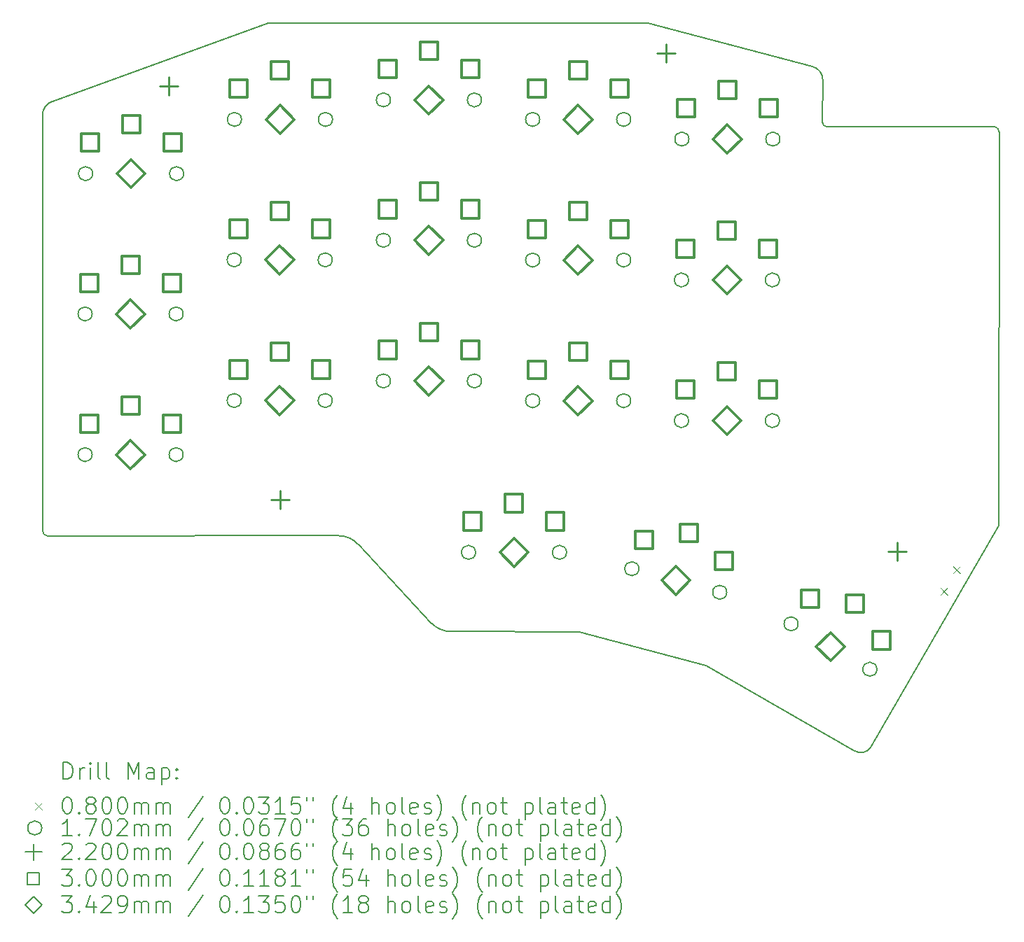
<source format=gbr>
%TF.GenerationSoftware,KiCad,Pcbnew,8.0.6*%
%TF.CreationDate,2024-11-17T23:17:42+07:00*%
%TF.ProjectId,chocowi36,63686f63-6f77-4693-9336-2e6b69636164,rev?*%
%TF.SameCoordinates,Original*%
%TF.FileFunction,Drillmap*%
%TF.FilePolarity,Positive*%
%FSLAX45Y45*%
G04 Gerber Fmt 4.5, Leading zero omitted, Abs format (unit mm)*
G04 Created by KiCad (PCBNEW 8.0.6) date 2024-11-17 23:17:42*
%MOMM*%
%LPD*%
G01*
G04 APERTURE LIST*
%ADD10C,0.150000*%
%ADD11C,0.200000*%
%ADD12C,0.100000*%
%ADD13C,0.170180*%
%ADD14C,0.220000*%
%ADD15C,0.300000*%
%ADD16C,0.342900*%
G04 APERTURE END LIST*
D10*
X14011000Y-12099000D02*
X15545000Y-12510000D01*
X16831000Y-5263000D02*
G75*
G02*
X16951747Y-5421000I-43000J-158000D01*
G01*
X7644713Y-5681090D02*
X10248000Y-4736000D01*
X11103000Y-10938000D02*
G75*
G02*
X11338826Y-11046012I0J-311450D01*
G01*
X11338825Y-11046014D02*
X12224000Y-11997000D01*
X19084701Y-6055000D02*
X19080000Y-10815000D01*
X12460000Y-12097452D02*
X14011000Y-12099000D01*
X7518722Y-5853000D02*
G75*
G02*
X7644713Y-5681090I180278J0D01*
G01*
X15545000Y-12510000D02*
X17338983Y-13540679D01*
X7580755Y-10940000D02*
G75*
G02*
X7519997Y-10874555I5J60930D01*
G01*
X19033633Y-5989871D02*
X16997964Y-5989871D01*
X19033633Y-5989871D02*
G75*
G02*
X19084701Y-6055000I-17995J-66695D01*
G01*
X7518722Y-5853000D02*
X7520000Y-10874555D01*
X12460000Y-12097452D02*
G75*
G02*
X12224000Y-11997000I0J327452D01*
G01*
X17528519Y-13500986D02*
X19080000Y-10815000D01*
X16997964Y-5989871D02*
G75*
G02*
X16950098Y-5939002I2036J49871D01*
G01*
X17528519Y-13500986D02*
G75*
G02*
X17335722Y-13538929I-115299J77066D01*
G01*
X16831000Y-5263000D02*
X14840000Y-4734000D01*
X16950098Y-5939002D02*
X16951747Y-5421000D01*
X10248000Y-4736000D02*
X14840000Y-4734000D01*
X11103000Y-10938000D02*
X7580755Y-10940000D01*
D11*
D12*
X18377500Y-11571913D02*
X18457500Y-11651913D01*
X18457500Y-11571913D02*
X18377500Y-11651913D01*
X18380000Y-11570000D02*
X18460000Y-11650000D01*
X18460000Y-11570000D02*
X18380000Y-11650000D01*
X18527500Y-11312106D02*
X18607500Y-11392106D01*
X18607500Y-11312106D02*
X18527500Y-11392106D01*
X18530000Y-11310192D02*
X18610000Y-11390192D01*
X18610000Y-11310192D02*
X18530000Y-11390192D01*
D13*
X8120290Y-8255000D02*
G75*
G02*
X7950110Y-8255000I-85090J0D01*
G01*
X7950110Y-8255000D02*
G75*
G02*
X8120290Y-8255000I85090J0D01*
G01*
X8120290Y-9956800D02*
G75*
G02*
X7950110Y-9956800I-85090J0D01*
G01*
X7950110Y-9956800D02*
G75*
G02*
X8120290Y-9956800I85090J0D01*
G01*
X8126090Y-6558000D02*
G75*
G02*
X7955910Y-6558000I-85090J0D01*
G01*
X7955910Y-6558000D02*
G75*
G02*
X8126090Y-6558000I85090J0D01*
G01*
X9220290Y-8255000D02*
G75*
G02*
X9050110Y-8255000I-85090J0D01*
G01*
X9050110Y-8255000D02*
G75*
G02*
X9220290Y-8255000I85090J0D01*
G01*
X9220290Y-9956800D02*
G75*
G02*
X9050110Y-9956800I-85090J0D01*
G01*
X9050110Y-9956800D02*
G75*
G02*
X9220290Y-9956800I85090J0D01*
G01*
X9226090Y-6558000D02*
G75*
G02*
X9055910Y-6558000I-85090J0D01*
G01*
X9055910Y-6558000D02*
G75*
G02*
X9226090Y-6558000I85090J0D01*
G01*
X9922090Y-7601000D02*
G75*
G02*
X9751910Y-7601000I-85090J0D01*
G01*
X9751910Y-7601000D02*
G75*
G02*
X9922090Y-7601000I85090J0D01*
G01*
X9922090Y-9302800D02*
G75*
G02*
X9751910Y-9302800I-85090J0D01*
G01*
X9751910Y-9302800D02*
G75*
G02*
X9922090Y-9302800I85090J0D01*
G01*
X9926090Y-5902000D02*
G75*
G02*
X9755910Y-5902000I-85090J0D01*
G01*
X9755910Y-5902000D02*
G75*
G02*
X9926090Y-5902000I85090J0D01*
G01*
X11022090Y-7601000D02*
G75*
G02*
X10851910Y-7601000I-85090J0D01*
G01*
X10851910Y-7601000D02*
G75*
G02*
X11022090Y-7601000I85090J0D01*
G01*
X11022090Y-9302800D02*
G75*
G02*
X10851910Y-9302800I-85090J0D01*
G01*
X10851910Y-9302800D02*
G75*
G02*
X11022090Y-9302800I85090J0D01*
G01*
X11026090Y-5902000D02*
G75*
G02*
X10855910Y-5902000I-85090J0D01*
G01*
X10855910Y-5902000D02*
G75*
G02*
X11026090Y-5902000I85090J0D01*
G01*
X11726090Y-5666000D02*
G75*
G02*
X11555910Y-5666000I-85090J0D01*
G01*
X11555910Y-5666000D02*
G75*
G02*
X11726090Y-5666000I85090J0D01*
G01*
X11726090Y-7364000D02*
G75*
G02*
X11555910Y-7364000I-85090J0D01*
G01*
X11555910Y-7364000D02*
G75*
G02*
X11726090Y-7364000I85090J0D01*
G01*
X11726090Y-9065800D02*
G75*
G02*
X11555910Y-9065800I-85090J0D01*
G01*
X11555910Y-9065800D02*
G75*
G02*
X11726090Y-9065800I85090J0D01*
G01*
X12755090Y-11140000D02*
G75*
G02*
X12584910Y-11140000I-85090J0D01*
G01*
X12584910Y-11140000D02*
G75*
G02*
X12755090Y-11140000I85090J0D01*
G01*
X12826090Y-5666000D02*
G75*
G02*
X12655910Y-5666000I-85090J0D01*
G01*
X12655910Y-5666000D02*
G75*
G02*
X12826090Y-5666000I85090J0D01*
G01*
X12826090Y-7364000D02*
G75*
G02*
X12655910Y-7364000I-85090J0D01*
G01*
X12655910Y-7364000D02*
G75*
G02*
X12826090Y-7364000I85090J0D01*
G01*
X12826090Y-9065800D02*
G75*
G02*
X12655910Y-9065800I-85090J0D01*
G01*
X12655910Y-9065800D02*
G75*
G02*
X12826090Y-9065800I85090J0D01*
G01*
X13530490Y-5902000D02*
G75*
G02*
X13360310Y-5902000I-85090J0D01*
G01*
X13360310Y-5902000D02*
G75*
G02*
X13530490Y-5902000I85090J0D01*
G01*
X13530490Y-7603200D02*
G75*
G02*
X13360310Y-7603200I-85090J0D01*
G01*
X13360310Y-7603200D02*
G75*
G02*
X13530490Y-7603200I85090J0D01*
G01*
X13530490Y-9305000D02*
G75*
G02*
X13360310Y-9305000I-85090J0D01*
G01*
X13360310Y-9305000D02*
G75*
G02*
X13530490Y-9305000I85090J0D01*
G01*
X13855090Y-11140000D02*
G75*
G02*
X13684910Y-11140000I-85090J0D01*
G01*
X13684910Y-11140000D02*
G75*
G02*
X13855090Y-11140000I85090J0D01*
G01*
X14630490Y-5902000D02*
G75*
G02*
X14460310Y-5902000I-85090J0D01*
G01*
X14460310Y-5902000D02*
G75*
G02*
X14630490Y-5902000I85090J0D01*
G01*
X14630490Y-7603200D02*
G75*
G02*
X14460310Y-7603200I-85090J0D01*
G01*
X14460310Y-7603200D02*
G75*
G02*
X14630490Y-7603200I85090J0D01*
G01*
X14630490Y-9305000D02*
G75*
G02*
X14460310Y-9305000I-85090J0D01*
G01*
X14460310Y-9305000D02*
G75*
G02*
X14630490Y-9305000I85090J0D01*
G01*
X14729221Y-11337749D02*
G75*
G02*
X14559041Y-11337749I-85090J0D01*
G01*
X14559041Y-11337749D02*
G75*
G02*
X14729221Y-11337749I85090J0D01*
G01*
X15329090Y-7844000D02*
G75*
G02*
X15158910Y-7844000I-85090J0D01*
G01*
X15158910Y-7844000D02*
G75*
G02*
X15329090Y-7844000I85090J0D01*
G01*
X15329090Y-9545800D02*
G75*
G02*
X15158910Y-9545800I-85090J0D01*
G01*
X15158910Y-9545800D02*
G75*
G02*
X15329090Y-9545800I85090J0D01*
G01*
X15333890Y-6140000D02*
G75*
G02*
X15163710Y-6140000I-85090J0D01*
G01*
X15163710Y-6140000D02*
G75*
G02*
X15333890Y-6140000I85090J0D01*
G01*
X15791739Y-11622450D02*
G75*
G02*
X15621559Y-11622450I-85090J0D01*
G01*
X15621559Y-11622450D02*
G75*
G02*
X15791739Y-11622450I85090J0D01*
G01*
X16429090Y-7844000D02*
G75*
G02*
X16258910Y-7844000I-85090J0D01*
G01*
X16258910Y-7844000D02*
G75*
G02*
X16429090Y-7844000I85090J0D01*
G01*
X16429090Y-9545800D02*
G75*
G02*
X16258910Y-9545800I-85090J0D01*
G01*
X16258910Y-9545800D02*
G75*
G02*
X16429090Y-9545800I85090J0D01*
G01*
X16433890Y-6140000D02*
G75*
G02*
X16263710Y-6140000I-85090J0D01*
G01*
X16263710Y-6140000D02*
G75*
G02*
X16433890Y-6140000I85090J0D01*
G01*
X16653776Y-12004050D02*
G75*
G02*
X16483596Y-12004050I-85090J0D01*
G01*
X16483596Y-12004050D02*
G75*
G02*
X16653776Y-12004050I85090J0D01*
G01*
X17606404Y-12554050D02*
G75*
G02*
X17436224Y-12554050I-85090J0D01*
G01*
X17436224Y-12554050D02*
G75*
G02*
X17606404Y-12554050I85090J0D01*
G01*
D14*
X9050000Y-5392000D02*
X9050000Y-5612000D01*
X8940000Y-5502000D02*
X9160000Y-5502000D01*
X10390000Y-10390000D02*
X10390000Y-10610000D01*
X10280000Y-10500000D02*
X10500000Y-10500000D01*
X15055000Y-4990000D02*
X15055000Y-5210000D01*
X14945000Y-5100000D02*
X15165000Y-5100000D01*
X17856000Y-11023000D02*
X17856000Y-11243000D01*
X17746000Y-11133000D02*
X17966000Y-11133000D01*
D15*
X8191267Y-7986067D02*
X8191267Y-7773933D01*
X7979133Y-7773933D01*
X7979133Y-7986067D01*
X8191267Y-7986067D01*
X8191267Y-9687867D02*
X8191267Y-9475733D01*
X7979133Y-9475733D01*
X7979133Y-9687867D01*
X8191267Y-9687867D01*
X8197067Y-6289067D02*
X8197067Y-6076933D01*
X7984933Y-6076933D01*
X7984933Y-6289067D01*
X8197067Y-6289067D01*
X8691267Y-7766067D02*
X8691267Y-7553933D01*
X8479133Y-7553933D01*
X8479133Y-7766067D01*
X8691267Y-7766067D01*
X8691267Y-9467867D02*
X8691267Y-9255733D01*
X8479133Y-9255733D01*
X8479133Y-9467867D01*
X8691267Y-9467867D01*
X8697067Y-6069067D02*
X8697067Y-5856933D01*
X8484933Y-5856933D01*
X8484933Y-6069067D01*
X8697067Y-6069067D01*
X9191267Y-7986067D02*
X9191267Y-7773933D01*
X8979133Y-7773933D01*
X8979133Y-7986067D01*
X9191267Y-7986067D01*
X9191267Y-9687867D02*
X9191267Y-9475733D01*
X8979133Y-9475733D01*
X8979133Y-9687867D01*
X9191267Y-9687867D01*
X9197067Y-6289067D02*
X9197067Y-6076933D01*
X8984933Y-6076933D01*
X8984933Y-6289067D01*
X9197067Y-6289067D01*
X9993067Y-7332067D02*
X9993067Y-7119933D01*
X9780933Y-7119933D01*
X9780933Y-7332067D01*
X9993067Y-7332067D01*
X9993067Y-9033867D02*
X9993067Y-8821733D01*
X9780933Y-8821733D01*
X9780933Y-9033867D01*
X9993067Y-9033867D01*
X9997067Y-5633067D02*
X9997067Y-5420933D01*
X9784933Y-5420933D01*
X9784933Y-5633067D01*
X9997067Y-5633067D01*
X10493067Y-7112067D02*
X10493067Y-6899933D01*
X10280933Y-6899933D01*
X10280933Y-7112067D01*
X10493067Y-7112067D01*
X10493067Y-8813867D02*
X10493067Y-8601733D01*
X10280933Y-8601733D01*
X10280933Y-8813867D01*
X10493067Y-8813867D01*
X10497067Y-5413067D02*
X10497067Y-5200933D01*
X10284933Y-5200933D01*
X10284933Y-5413067D01*
X10497067Y-5413067D01*
X10993067Y-7332067D02*
X10993067Y-7119933D01*
X10780933Y-7119933D01*
X10780933Y-7332067D01*
X10993067Y-7332067D01*
X10993067Y-9033867D02*
X10993067Y-8821733D01*
X10780933Y-8821733D01*
X10780933Y-9033867D01*
X10993067Y-9033867D01*
X10997067Y-5633067D02*
X10997067Y-5420933D01*
X10784933Y-5420933D01*
X10784933Y-5633067D01*
X10997067Y-5633067D01*
X11797067Y-5397067D02*
X11797067Y-5184933D01*
X11584933Y-5184933D01*
X11584933Y-5397067D01*
X11797067Y-5397067D01*
X11797067Y-7095067D02*
X11797067Y-6882933D01*
X11584933Y-6882933D01*
X11584933Y-7095067D01*
X11797067Y-7095067D01*
X11797067Y-8796867D02*
X11797067Y-8584733D01*
X11584933Y-8584733D01*
X11584933Y-8796867D01*
X11797067Y-8796867D01*
X12297067Y-5177067D02*
X12297067Y-4964933D01*
X12084933Y-4964933D01*
X12084933Y-5177067D01*
X12297067Y-5177067D01*
X12297067Y-6875067D02*
X12297067Y-6662933D01*
X12084933Y-6662933D01*
X12084933Y-6875067D01*
X12297067Y-6875067D01*
X12297067Y-8576867D02*
X12297067Y-8364733D01*
X12084933Y-8364733D01*
X12084933Y-8576867D01*
X12297067Y-8576867D01*
X12797067Y-5397067D02*
X12797067Y-5184933D01*
X12584933Y-5184933D01*
X12584933Y-5397067D01*
X12797067Y-5397067D01*
X12797067Y-7095067D02*
X12797067Y-6882933D01*
X12584933Y-6882933D01*
X12584933Y-7095067D01*
X12797067Y-7095067D01*
X12797067Y-8796867D02*
X12797067Y-8584733D01*
X12584933Y-8584733D01*
X12584933Y-8796867D01*
X12797067Y-8796867D01*
X12826067Y-10871067D02*
X12826067Y-10658933D01*
X12613933Y-10658933D01*
X12613933Y-10871067D01*
X12826067Y-10871067D01*
X13326067Y-10651067D02*
X13326067Y-10438933D01*
X13113933Y-10438933D01*
X13113933Y-10651067D01*
X13326067Y-10651067D01*
X13601467Y-5633067D02*
X13601467Y-5420933D01*
X13389333Y-5420933D01*
X13389333Y-5633067D01*
X13601467Y-5633067D01*
X13601467Y-7334267D02*
X13601467Y-7122133D01*
X13389333Y-7122133D01*
X13389333Y-7334267D01*
X13601467Y-7334267D01*
X13601467Y-9036067D02*
X13601467Y-8823933D01*
X13389333Y-8823933D01*
X13389333Y-9036067D01*
X13601467Y-9036067D01*
X13826067Y-10871067D02*
X13826067Y-10658933D01*
X13613933Y-10658933D01*
X13613933Y-10871067D01*
X13826067Y-10871067D01*
X14101467Y-5413067D02*
X14101467Y-5200933D01*
X13889333Y-5200933D01*
X13889333Y-5413067D01*
X14101467Y-5413067D01*
X14101467Y-7114267D02*
X14101467Y-6902133D01*
X13889333Y-6902133D01*
X13889333Y-7114267D01*
X14101467Y-7114267D01*
X14101467Y-8816067D02*
X14101467Y-8603933D01*
X13889333Y-8603933D01*
X13889333Y-8816067D01*
X14101467Y-8816067D01*
X14601467Y-5633067D02*
X14601467Y-5420933D01*
X14389333Y-5420933D01*
X14389333Y-5633067D01*
X14601467Y-5633067D01*
X14601467Y-7334267D02*
X14601467Y-7122133D01*
X14389333Y-7122133D01*
X14389333Y-7334267D01*
X14601467Y-7334267D01*
X14601467Y-9036067D02*
X14601467Y-8823933D01*
X14389333Y-8823933D01*
X14389333Y-9036067D01*
X14601467Y-9036067D01*
X14895551Y-11094535D02*
X14895551Y-10882401D01*
X14683417Y-10882401D01*
X14683417Y-11094535D01*
X14895551Y-11094535D01*
X15400067Y-7575067D02*
X15400067Y-7362933D01*
X15187933Y-7362933D01*
X15187933Y-7575067D01*
X15400067Y-7575067D01*
X15400067Y-9276867D02*
X15400067Y-9064733D01*
X15187933Y-9064733D01*
X15187933Y-9276867D01*
X15400067Y-9276867D01*
X15404867Y-5871067D02*
X15404867Y-5658933D01*
X15192733Y-5658933D01*
X15192733Y-5871067D01*
X15404867Y-5871067D01*
X15435454Y-11011441D02*
X15435454Y-10799307D01*
X15223320Y-10799307D01*
X15223320Y-11011441D01*
X15435454Y-11011441D01*
X15861477Y-11353354D02*
X15861477Y-11141220D01*
X15649343Y-11141220D01*
X15649343Y-11353354D01*
X15861477Y-11353354D01*
X15900067Y-7355067D02*
X15900067Y-7142933D01*
X15687933Y-7142933D01*
X15687933Y-7355067D01*
X15900067Y-7355067D01*
X15900067Y-9056867D02*
X15900067Y-8844733D01*
X15687933Y-8844733D01*
X15687933Y-9056867D01*
X15900067Y-9056867D01*
X15904867Y-5651067D02*
X15904867Y-5438933D01*
X15692733Y-5438933D01*
X15692733Y-5651067D01*
X15904867Y-5651067D01*
X16400067Y-9276867D02*
X16400067Y-9064733D01*
X16187933Y-9064733D01*
X16187933Y-9276867D01*
X16400067Y-9276867D01*
X16400067Y-7575067D02*
X16400067Y-7362933D01*
X16187933Y-7362933D01*
X16187933Y-7575067D01*
X16400067Y-7575067D01*
X16404867Y-5871067D02*
X16404867Y-5658933D01*
X16192733Y-5658933D01*
X16192733Y-5871067D01*
X16404867Y-5871067D01*
X16905554Y-11810358D02*
X16905554Y-11598224D01*
X16693420Y-11598224D01*
X16693420Y-11810358D01*
X16905554Y-11810358D01*
X17448567Y-11869832D02*
X17448567Y-11657698D01*
X17236433Y-11657698D01*
X17236433Y-11869832D01*
X17448567Y-11869832D01*
X17771580Y-12310357D02*
X17771580Y-12098223D01*
X17559446Y-12098223D01*
X17559446Y-12310357D01*
X17771580Y-12310357D01*
D16*
X8585200Y-8426450D02*
X8756650Y-8255000D01*
X8585200Y-8083550D01*
X8413750Y-8255000D01*
X8585200Y-8426450D01*
X8585200Y-10128250D02*
X8756650Y-9956800D01*
X8585200Y-9785350D01*
X8413750Y-9956800D01*
X8585200Y-10128250D01*
X8591000Y-6729450D02*
X8762450Y-6558000D01*
X8591000Y-6386550D01*
X8419550Y-6558000D01*
X8591000Y-6729450D01*
X10387000Y-7772450D02*
X10558450Y-7601000D01*
X10387000Y-7429550D01*
X10215550Y-7601000D01*
X10387000Y-7772450D01*
X10387000Y-9474250D02*
X10558450Y-9302800D01*
X10387000Y-9131350D01*
X10215550Y-9302800D01*
X10387000Y-9474250D01*
X10391000Y-6073450D02*
X10562450Y-5902000D01*
X10391000Y-5730550D01*
X10219550Y-5902000D01*
X10391000Y-6073450D01*
X12191000Y-5837450D02*
X12362450Y-5666000D01*
X12191000Y-5494550D01*
X12019550Y-5666000D01*
X12191000Y-5837450D01*
X12191000Y-7535450D02*
X12362450Y-7364000D01*
X12191000Y-7192550D01*
X12019550Y-7364000D01*
X12191000Y-7535450D01*
X12191000Y-9237250D02*
X12362450Y-9065800D01*
X12191000Y-8894350D01*
X12019550Y-9065800D01*
X12191000Y-9237250D01*
X13220000Y-11311450D02*
X13391450Y-11140000D01*
X13220000Y-10968550D01*
X13048550Y-11140000D01*
X13220000Y-11311450D01*
X13995400Y-6073450D02*
X14166850Y-5902000D01*
X13995400Y-5730550D01*
X13823950Y-5902000D01*
X13995400Y-6073450D01*
X13995400Y-7774650D02*
X14166850Y-7603200D01*
X13995400Y-7431750D01*
X13823950Y-7603200D01*
X13995400Y-7774650D01*
X13995400Y-9476450D02*
X14166850Y-9305000D01*
X13995400Y-9133550D01*
X13823950Y-9305000D01*
X13995400Y-9476450D01*
X15175390Y-11651550D02*
X15346840Y-11480100D01*
X15175390Y-11308650D01*
X15003940Y-11480100D01*
X15175390Y-11651550D01*
X15794000Y-8015450D02*
X15965450Y-7844000D01*
X15794000Y-7672550D01*
X15622550Y-7844000D01*
X15794000Y-8015450D01*
X15794000Y-9717250D02*
X15965450Y-9545800D01*
X15794000Y-9374350D01*
X15622550Y-9545800D01*
X15794000Y-9717250D01*
X15798800Y-6311450D02*
X15970250Y-6140000D01*
X15798800Y-5968550D01*
X15627350Y-6140000D01*
X15798800Y-6311450D01*
X17045000Y-12450500D02*
X17216450Y-12279050D01*
X17045000Y-12107600D01*
X16873550Y-12279050D01*
X17045000Y-12450500D01*
D11*
X7771999Y-13881587D02*
X7771999Y-13681587D01*
X7771999Y-13681587D02*
X7819618Y-13681587D01*
X7819618Y-13681587D02*
X7848190Y-13691111D01*
X7848190Y-13691111D02*
X7867237Y-13710158D01*
X7867237Y-13710158D02*
X7876761Y-13729206D01*
X7876761Y-13729206D02*
X7886285Y-13767301D01*
X7886285Y-13767301D02*
X7886285Y-13795872D01*
X7886285Y-13795872D02*
X7876761Y-13833968D01*
X7876761Y-13833968D02*
X7867237Y-13853015D01*
X7867237Y-13853015D02*
X7848190Y-13872063D01*
X7848190Y-13872063D02*
X7819618Y-13881587D01*
X7819618Y-13881587D02*
X7771999Y-13881587D01*
X7971999Y-13881587D02*
X7971999Y-13748253D01*
X7971999Y-13786349D02*
X7981523Y-13767301D01*
X7981523Y-13767301D02*
X7991047Y-13757777D01*
X7991047Y-13757777D02*
X8010094Y-13748253D01*
X8010094Y-13748253D02*
X8029142Y-13748253D01*
X8095809Y-13881587D02*
X8095809Y-13748253D01*
X8095809Y-13681587D02*
X8086285Y-13691111D01*
X8086285Y-13691111D02*
X8095809Y-13700634D01*
X8095809Y-13700634D02*
X8105332Y-13691111D01*
X8105332Y-13691111D02*
X8095809Y-13681587D01*
X8095809Y-13681587D02*
X8095809Y-13700634D01*
X8219618Y-13881587D02*
X8200571Y-13872063D01*
X8200571Y-13872063D02*
X8191047Y-13853015D01*
X8191047Y-13853015D02*
X8191047Y-13681587D01*
X8324380Y-13881587D02*
X8305332Y-13872063D01*
X8305332Y-13872063D02*
X8295809Y-13853015D01*
X8295809Y-13853015D02*
X8295809Y-13681587D01*
X8552952Y-13881587D02*
X8552952Y-13681587D01*
X8552952Y-13681587D02*
X8619618Y-13824444D01*
X8619618Y-13824444D02*
X8686285Y-13681587D01*
X8686285Y-13681587D02*
X8686285Y-13881587D01*
X8867237Y-13881587D02*
X8867237Y-13776825D01*
X8867237Y-13776825D02*
X8857714Y-13757777D01*
X8857714Y-13757777D02*
X8838666Y-13748253D01*
X8838666Y-13748253D02*
X8800571Y-13748253D01*
X8800571Y-13748253D02*
X8781523Y-13757777D01*
X8867237Y-13872063D02*
X8848190Y-13881587D01*
X8848190Y-13881587D02*
X8800571Y-13881587D01*
X8800571Y-13881587D02*
X8781523Y-13872063D01*
X8781523Y-13872063D02*
X8771999Y-13853015D01*
X8771999Y-13853015D02*
X8771999Y-13833968D01*
X8771999Y-13833968D02*
X8781523Y-13814920D01*
X8781523Y-13814920D02*
X8800571Y-13805396D01*
X8800571Y-13805396D02*
X8848190Y-13805396D01*
X8848190Y-13805396D02*
X8867237Y-13795872D01*
X8962475Y-13748253D02*
X8962475Y-13948253D01*
X8962475Y-13757777D02*
X8981523Y-13748253D01*
X8981523Y-13748253D02*
X9019618Y-13748253D01*
X9019618Y-13748253D02*
X9038666Y-13757777D01*
X9038666Y-13757777D02*
X9048190Y-13767301D01*
X9048190Y-13767301D02*
X9057714Y-13786349D01*
X9057714Y-13786349D02*
X9057714Y-13843491D01*
X9057714Y-13843491D02*
X9048190Y-13862539D01*
X9048190Y-13862539D02*
X9038666Y-13872063D01*
X9038666Y-13872063D02*
X9019618Y-13881587D01*
X9019618Y-13881587D02*
X8981523Y-13881587D01*
X8981523Y-13881587D02*
X8962475Y-13872063D01*
X9143428Y-13862539D02*
X9152952Y-13872063D01*
X9152952Y-13872063D02*
X9143428Y-13881587D01*
X9143428Y-13881587D02*
X9133904Y-13872063D01*
X9133904Y-13872063D02*
X9143428Y-13862539D01*
X9143428Y-13862539D02*
X9143428Y-13881587D01*
X9143428Y-13757777D02*
X9152952Y-13767301D01*
X9152952Y-13767301D02*
X9143428Y-13776825D01*
X9143428Y-13776825D02*
X9133904Y-13767301D01*
X9133904Y-13767301D02*
X9143428Y-13757777D01*
X9143428Y-13757777D02*
X9143428Y-13776825D01*
D12*
X7431222Y-14170103D02*
X7511222Y-14250103D01*
X7511222Y-14170103D02*
X7431222Y-14250103D01*
D11*
X7810094Y-14101587D02*
X7829142Y-14101587D01*
X7829142Y-14101587D02*
X7848190Y-14111111D01*
X7848190Y-14111111D02*
X7857713Y-14120634D01*
X7857713Y-14120634D02*
X7867237Y-14139682D01*
X7867237Y-14139682D02*
X7876761Y-14177777D01*
X7876761Y-14177777D02*
X7876761Y-14225396D01*
X7876761Y-14225396D02*
X7867237Y-14263491D01*
X7867237Y-14263491D02*
X7857713Y-14282539D01*
X7857713Y-14282539D02*
X7848190Y-14292063D01*
X7848190Y-14292063D02*
X7829142Y-14301587D01*
X7829142Y-14301587D02*
X7810094Y-14301587D01*
X7810094Y-14301587D02*
X7791047Y-14292063D01*
X7791047Y-14292063D02*
X7781523Y-14282539D01*
X7781523Y-14282539D02*
X7771999Y-14263491D01*
X7771999Y-14263491D02*
X7762475Y-14225396D01*
X7762475Y-14225396D02*
X7762475Y-14177777D01*
X7762475Y-14177777D02*
X7771999Y-14139682D01*
X7771999Y-14139682D02*
X7781523Y-14120634D01*
X7781523Y-14120634D02*
X7791047Y-14111111D01*
X7791047Y-14111111D02*
X7810094Y-14101587D01*
X7962475Y-14282539D02*
X7971999Y-14292063D01*
X7971999Y-14292063D02*
X7962475Y-14301587D01*
X7962475Y-14301587D02*
X7952952Y-14292063D01*
X7952952Y-14292063D02*
X7962475Y-14282539D01*
X7962475Y-14282539D02*
X7962475Y-14301587D01*
X8086285Y-14187301D02*
X8067237Y-14177777D01*
X8067237Y-14177777D02*
X8057713Y-14168253D01*
X8057713Y-14168253D02*
X8048190Y-14149206D01*
X8048190Y-14149206D02*
X8048190Y-14139682D01*
X8048190Y-14139682D02*
X8057713Y-14120634D01*
X8057713Y-14120634D02*
X8067237Y-14111111D01*
X8067237Y-14111111D02*
X8086285Y-14101587D01*
X8086285Y-14101587D02*
X8124380Y-14101587D01*
X8124380Y-14101587D02*
X8143428Y-14111111D01*
X8143428Y-14111111D02*
X8152952Y-14120634D01*
X8152952Y-14120634D02*
X8162475Y-14139682D01*
X8162475Y-14139682D02*
X8162475Y-14149206D01*
X8162475Y-14149206D02*
X8152952Y-14168253D01*
X8152952Y-14168253D02*
X8143428Y-14177777D01*
X8143428Y-14177777D02*
X8124380Y-14187301D01*
X8124380Y-14187301D02*
X8086285Y-14187301D01*
X8086285Y-14187301D02*
X8067237Y-14196825D01*
X8067237Y-14196825D02*
X8057713Y-14206349D01*
X8057713Y-14206349D02*
X8048190Y-14225396D01*
X8048190Y-14225396D02*
X8048190Y-14263491D01*
X8048190Y-14263491D02*
X8057713Y-14282539D01*
X8057713Y-14282539D02*
X8067237Y-14292063D01*
X8067237Y-14292063D02*
X8086285Y-14301587D01*
X8086285Y-14301587D02*
X8124380Y-14301587D01*
X8124380Y-14301587D02*
X8143428Y-14292063D01*
X8143428Y-14292063D02*
X8152952Y-14282539D01*
X8152952Y-14282539D02*
X8162475Y-14263491D01*
X8162475Y-14263491D02*
X8162475Y-14225396D01*
X8162475Y-14225396D02*
X8152952Y-14206349D01*
X8152952Y-14206349D02*
X8143428Y-14196825D01*
X8143428Y-14196825D02*
X8124380Y-14187301D01*
X8286285Y-14101587D02*
X8305333Y-14101587D01*
X8305333Y-14101587D02*
X8324380Y-14111111D01*
X8324380Y-14111111D02*
X8333904Y-14120634D01*
X8333904Y-14120634D02*
X8343428Y-14139682D01*
X8343428Y-14139682D02*
X8352952Y-14177777D01*
X8352952Y-14177777D02*
X8352952Y-14225396D01*
X8352952Y-14225396D02*
X8343428Y-14263491D01*
X8343428Y-14263491D02*
X8333904Y-14282539D01*
X8333904Y-14282539D02*
X8324380Y-14292063D01*
X8324380Y-14292063D02*
X8305333Y-14301587D01*
X8305333Y-14301587D02*
X8286285Y-14301587D01*
X8286285Y-14301587D02*
X8267237Y-14292063D01*
X8267237Y-14292063D02*
X8257713Y-14282539D01*
X8257713Y-14282539D02*
X8248190Y-14263491D01*
X8248190Y-14263491D02*
X8238666Y-14225396D01*
X8238666Y-14225396D02*
X8238666Y-14177777D01*
X8238666Y-14177777D02*
X8248190Y-14139682D01*
X8248190Y-14139682D02*
X8257713Y-14120634D01*
X8257713Y-14120634D02*
X8267237Y-14111111D01*
X8267237Y-14111111D02*
X8286285Y-14101587D01*
X8476761Y-14101587D02*
X8495809Y-14101587D01*
X8495809Y-14101587D02*
X8514856Y-14111111D01*
X8514856Y-14111111D02*
X8524380Y-14120634D01*
X8524380Y-14120634D02*
X8533904Y-14139682D01*
X8533904Y-14139682D02*
X8543428Y-14177777D01*
X8543428Y-14177777D02*
X8543428Y-14225396D01*
X8543428Y-14225396D02*
X8533904Y-14263491D01*
X8533904Y-14263491D02*
X8524380Y-14282539D01*
X8524380Y-14282539D02*
X8514856Y-14292063D01*
X8514856Y-14292063D02*
X8495809Y-14301587D01*
X8495809Y-14301587D02*
X8476761Y-14301587D01*
X8476761Y-14301587D02*
X8457714Y-14292063D01*
X8457714Y-14292063D02*
X8448190Y-14282539D01*
X8448190Y-14282539D02*
X8438666Y-14263491D01*
X8438666Y-14263491D02*
X8429142Y-14225396D01*
X8429142Y-14225396D02*
X8429142Y-14177777D01*
X8429142Y-14177777D02*
X8438666Y-14139682D01*
X8438666Y-14139682D02*
X8448190Y-14120634D01*
X8448190Y-14120634D02*
X8457714Y-14111111D01*
X8457714Y-14111111D02*
X8476761Y-14101587D01*
X8629142Y-14301587D02*
X8629142Y-14168253D01*
X8629142Y-14187301D02*
X8638666Y-14177777D01*
X8638666Y-14177777D02*
X8657714Y-14168253D01*
X8657714Y-14168253D02*
X8686285Y-14168253D01*
X8686285Y-14168253D02*
X8705333Y-14177777D01*
X8705333Y-14177777D02*
X8714856Y-14196825D01*
X8714856Y-14196825D02*
X8714856Y-14301587D01*
X8714856Y-14196825D02*
X8724380Y-14177777D01*
X8724380Y-14177777D02*
X8743428Y-14168253D01*
X8743428Y-14168253D02*
X8771999Y-14168253D01*
X8771999Y-14168253D02*
X8791047Y-14177777D01*
X8791047Y-14177777D02*
X8800571Y-14196825D01*
X8800571Y-14196825D02*
X8800571Y-14301587D01*
X8895809Y-14301587D02*
X8895809Y-14168253D01*
X8895809Y-14187301D02*
X8905333Y-14177777D01*
X8905333Y-14177777D02*
X8924380Y-14168253D01*
X8924380Y-14168253D02*
X8952952Y-14168253D01*
X8952952Y-14168253D02*
X8971999Y-14177777D01*
X8971999Y-14177777D02*
X8981523Y-14196825D01*
X8981523Y-14196825D02*
X8981523Y-14301587D01*
X8981523Y-14196825D02*
X8991047Y-14177777D01*
X8991047Y-14177777D02*
X9010095Y-14168253D01*
X9010095Y-14168253D02*
X9038666Y-14168253D01*
X9038666Y-14168253D02*
X9057714Y-14177777D01*
X9057714Y-14177777D02*
X9067237Y-14196825D01*
X9067237Y-14196825D02*
X9067237Y-14301587D01*
X9457714Y-14092063D02*
X9286285Y-14349206D01*
X9714857Y-14101587D02*
X9733904Y-14101587D01*
X9733904Y-14101587D02*
X9752952Y-14111111D01*
X9752952Y-14111111D02*
X9762476Y-14120634D01*
X9762476Y-14120634D02*
X9771999Y-14139682D01*
X9771999Y-14139682D02*
X9781523Y-14177777D01*
X9781523Y-14177777D02*
X9781523Y-14225396D01*
X9781523Y-14225396D02*
X9771999Y-14263491D01*
X9771999Y-14263491D02*
X9762476Y-14282539D01*
X9762476Y-14282539D02*
X9752952Y-14292063D01*
X9752952Y-14292063D02*
X9733904Y-14301587D01*
X9733904Y-14301587D02*
X9714857Y-14301587D01*
X9714857Y-14301587D02*
X9695809Y-14292063D01*
X9695809Y-14292063D02*
X9686285Y-14282539D01*
X9686285Y-14282539D02*
X9676761Y-14263491D01*
X9676761Y-14263491D02*
X9667238Y-14225396D01*
X9667238Y-14225396D02*
X9667238Y-14177777D01*
X9667238Y-14177777D02*
X9676761Y-14139682D01*
X9676761Y-14139682D02*
X9686285Y-14120634D01*
X9686285Y-14120634D02*
X9695809Y-14111111D01*
X9695809Y-14111111D02*
X9714857Y-14101587D01*
X9867238Y-14282539D02*
X9876761Y-14292063D01*
X9876761Y-14292063D02*
X9867238Y-14301587D01*
X9867238Y-14301587D02*
X9857714Y-14292063D01*
X9857714Y-14292063D02*
X9867238Y-14282539D01*
X9867238Y-14282539D02*
X9867238Y-14301587D01*
X10000571Y-14101587D02*
X10019619Y-14101587D01*
X10019619Y-14101587D02*
X10038666Y-14111111D01*
X10038666Y-14111111D02*
X10048190Y-14120634D01*
X10048190Y-14120634D02*
X10057714Y-14139682D01*
X10057714Y-14139682D02*
X10067238Y-14177777D01*
X10067238Y-14177777D02*
X10067238Y-14225396D01*
X10067238Y-14225396D02*
X10057714Y-14263491D01*
X10057714Y-14263491D02*
X10048190Y-14282539D01*
X10048190Y-14282539D02*
X10038666Y-14292063D01*
X10038666Y-14292063D02*
X10019619Y-14301587D01*
X10019619Y-14301587D02*
X10000571Y-14301587D01*
X10000571Y-14301587D02*
X9981523Y-14292063D01*
X9981523Y-14292063D02*
X9971999Y-14282539D01*
X9971999Y-14282539D02*
X9962476Y-14263491D01*
X9962476Y-14263491D02*
X9952952Y-14225396D01*
X9952952Y-14225396D02*
X9952952Y-14177777D01*
X9952952Y-14177777D02*
X9962476Y-14139682D01*
X9962476Y-14139682D02*
X9971999Y-14120634D01*
X9971999Y-14120634D02*
X9981523Y-14111111D01*
X9981523Y-14111111D02*
X10000571Y-14101587D01*
X10133904Y-14101587D02*
X10257714Y-14101587D01*
X10257714Y-14101587D02*
X10191047Y-14177777D01*
X10191047Y-14177777D02*
X10219619Y-14177777D01*
X10219619Y-14177777D02*
X10238666Y-14187301D01*
X10238666Y-14187301D02*
X10248190Y-14196825D01*
X10248190Y-14196825D02*
X10257714Y-14215872D01*
X10257714Y-14215872D02*
X10257714Y-14263491D01*
X10257714Y-14263491D02*
X10248190Y-14282539D01*
X10248190Y-14282539D02*
X10238666Y-14292063D01*
X10238666Y-14292063D02*
X10219619Y-14301587D01*
X10219619Y-14301587D02*
X10162476Y-14301587D01*
X10162476Y-14301587D02*
X10143428Y-14292063D01*
X10143428Y-14292063D02*
X10133904Y-14282539D01*
X10448190Y-14301587D02*
X10333904Y-14301587D01*
X10391047Y-14301587D02*
X10391047Y-14101587D01*
X10391047Y-14101587D02*
X10371999Y-14130158D01*
X10371999Y-14130158D02*
X10352952Y-14149206D01*
X10352952Y-14149206D02*
X10333904Y-14158730D01*
X10629142Y-14101587D02*
X10533904Y-14101587D01*
X10533904Y-14101587D02*
X10524380Y-14196825D01*
X10524380Y-14196825D02*
X10533904Y-14187301D01*
X10533904Y-14187301D02*
X10552952Y-14177777D01*
X10552952Y-14177777D02*
X10600571Y-14177777D01*
X10600571Y-14177777D02*
X10619619Y-14187301D01*
X10619619Y-14187301D02*
X10629142Y-14196825D01*
X10629142Y-14196825D02*
X10638666Y-14215872D01*
X10638666Y-14215872D02*
X10638666Y-14263491D01*
X10638666Y-14263491D02*
X10629142Y-14282539D01*
X10629142Y-14282539D02*
X10619619Y-14292063D01*
X10619619Y-14292063D02*
X10600571Y-14301587D01*
X10600571Y-14301587D02*
X10552952Y-14301587D01*
X10552952Y-14301587D02*
X10533904Y-14292063D01*
X10533904Y-14292063D02*
X10524380Y-14282539D01*
X10714857Y-14101587D02*
X10714857Y-14139682D01*
X10791047Y-14101587D02*
X10791047Y-14139682D01*
X11086285Y-14377777D02*
X11076761Y-14368253D01*
X11076761Y-14368253D02*
X11057714Y-14339682D01*
X11057714Y-14339682D02*
X11048190Y-14320634D01*
X11048190Y-14320634D02*
X11038666Y-14292063D01*
X11038666Y-14292063D02*
X11029142Y-14244444D01*
X11029142Y-14244444D02*
X11029142Y-14206349D01*
X11029142Y-14206349D02*
X11038666Y-14158730D01*
X11038666Y-14158730D02*
X11048190Y-14130158D01*
X11048190Y-14130158D02*
X11057714Y-14111111D01*
X11057714Y-14111111D02*
X11076761Y-14082539D01*
X11076761Y-14082539D02*
X11086285Y-14073015D01*
X11248190Y-14168253D02*
X11248190Y-14301587D01*
X11200571Y-14092063D02*
X11152952Y-14234920D01*
X11152952Y-14234920D02*
X11276761Y-14234920D01*
X11505333Y-14301587D02*
X11505333Y-14101587D01*
X11591047Y-14301587D02*
X11591047Y-14196825D01*
X11591047Y-14196825D02*
X11581523Y-14177777D01*
X11581523Y-14177777D02*
X11562476Y-14168253D01*
X11562476Y-14168253D02*
X11533904Y-14168253D01*
X11533904Y-14168253D02*
X11514857Y-14177777D01*
X11514857Y-14177777D02*
X11505333Y-14187301D01*
X11714857Y-14301587D02*
X11695809Y-14292063D01*
X11695809Y-14292063D02*
X11686285Y-14282539D01*
X11686285Y-14282539D02*
X11676761Y-14263491D01*
X11676761Y-14263491D02*
X11676761Y-14206349D01*
X11676761Y-14206349D02*
X11686285Y-14187301D01*
X11686285Y-14187301D02*
X11695809Y-14177777D01*
X11695809Y-14177777D02*
X11714857Y-14168253D01*
X11714857Y-14168253D02*
X11743428Y-14168253D01*
X11743428Y-14168253D02*
X11762476Y-14177777D01*
X11762476Y-14177777D02*
X11772000Y-14187301D01*
X11772000Y-14187301D02*
X11781523Y-14206349D01*
X11781523Y-14206349D02*
X11781523Y-14263491D01*
X11781523Y-14263491D02*
X11772000Y-14282539D01*
X11772000Y-14282539D02*
X11762476Y-14292063D01*
X11762476Y-14292063D02*
X11743428Y-14301587D01*
X11743428Y-14301587D02*
X11714857Y-14301587D01*
X11895809Y-14301587D02*
X11876761Y-14292063D01*
X11876761Y-14292063D02*
X11867238Y-14273015D01*
X11867238Y-14273015D02*
X11867238Y-14101587D01*
X12048190Y-14292063D02*
X12029142Y-14301587D01*
X12029142Y-14301587D02*
X11991047Y-14301587D01*
X11991047Y-14301587D02*
X11972000Y-14292063D01*
X11972000Y-14292063D02*
X11962476Y-14273015D01*
X11962476Y-14273015D02*
X11962476Y-14196825D01*
X11962476Y-14196825D02*
X11972000Y-14177777D01*
X11972000Y-14177777D02*
X11991047Y-14168253D01*
X11991047Y-14168253D02*
X12029142Y-14168253D01*
X12029142Y-14168253D02*
X12048190Y-14177777D01*
X12048190Y-14177777D02*
X12057714Y-14196825D01*
X12057714Y-14196825D02*
X12057714Y-14215872D01*
X12057714Y-14215872D02*
X11962476Y-14234920D01*
X12133904Y-14292063D02*
X12152952Y-14301587D01*
X12152952Y-14301587D02*
X12191047Y-14301587D01*
X12191047Y-14301587D02*
X12210095Y-14292063D01*
X12210095Y-14292063D02*
X12219619Y-14273015D01*
X12219619Y-14273015D02*
X12219619Y-14263491D01*
X12219619Y-14263491D02*
X12210095Y-14244444D01*
X12210095Y-14244444D02*
X12191047Y-14234920D01*
X12191047Y-14234920D02*
X12162476Y-14234920D01*
X12162476Y-14234920D02*
X12143428Y-14225396D01*
X12143428Y-14225396D02*
X12133904Y-14206349D01*
X12133904Y-14206349D02*
X12133904Y-14196825D01*
X12133904Y-14196825D02*
X12143428Y-14177777D01*
X12143428Y-14177777D02*
X12162476Y-14168253D01*
X12162476Y-14168253D02*
X12191047Y-14168253D01*
X12191047Y-14168253D02*
X12210095Y-14177777D01*
X12286285Y-14377777D02*
X12295809Y-14368253D01*
X12295809Y-14368253D02*
X12314857Y-14339682D01*
X12314857Y-14339682D02*
X12324381Y-14320634D01*
X12324381Y-14320634D02*
X12333904Y-14292063D01*
X12333904Y-14292063D02*
X12343428Y-14244444D01*
X12343428Y-14244444D02*
X12343428Y-14206349D01*
X12343428Y-14206349D02*
X12333904Y-14158730D01*
X12333904Y-14158730D02*
X12324381Y-14130158D01*
X12324381Y-14130158D02*
X12314857Y-14111111D01*
X12314857Y-14111111D02*
X12295809Y-14082539D01*
X12295809Y-14082539D02*
X12286285Y-14073015D01*
X12648190Y-14377777D02*
X12638666Y-14368253D01*
X12638666Y-14368253D02*
X12619619Y-14339682D01*
X12619619Y-14339682D02*
X12610095Y-14320634D01*
X12610095Y-14320634D02*
X12600571Y-14292063D01*
X12600571Y-14292063D02*
X12591047Y-14244444D01*
X12591047Y-14244444D02*
X12591047Y-14206349D01*
X12591047Y-14206349D02*
X12600571Y-14158730D01*
X12600571Y-14158730D02*
X12610095Y-14130158D01*
X12610095Y-14130158D02*
X12619619Y-14111111D01*
X12619619Y-14111111D02*
X12638666Y-14082539D01*
X12638666Y-14082539D02*
X12648190Y-14073015D01*
X12724381Y-14168253D02*
X12724381Y-14301587D01*
X12724381Y-14187301D02*
X12733904Y-14177777D01*
X12733904Y-14177777D02*
X12752952Y-14168253D01*
X12752952Y-14168253D02*
X12781523Y-14168253D01*
X12781523Y-14168253D02*
X12800571Y-14177777D01*
X12800571Y-14177777D02*
X12810095Y-14196825D01*
X12810095Y-14196825D02*
X12810095Y-14301587D01*
X12933904Y-14301587D02*
X12914857Y-14292063D01*
X12914857Y-14292063D02*
X12905333Y-14282539D01*
X12905333Y-14282539D02*
X12895809Y-14263491D01*
X12895809Y-14263491D02*
X12895809Y-14206349D01*
X12895809Y-14206349D02*
X12905333Y-14187301D01*
X12905333Y-14187301D02*
X12914857Y-14177777D01*
X12914857Y-14177777D02*
X12933904Y-14168253D01*
X12933904Y-14168253D02*
X12962476Y-14168253D01*
X12962476Y-14168253D02*
X12981523Y-14177777D01*
X12981523Y-14177777D02*
X12991047Y-14187301D01*
X12991047Y-14187301D02*
X13000571Y-14206349D01*
X13000571Y-14206349D02*
X13000571Y-14263491D01*
X13000571Y-14263491D02*
X12991047Y-14282539D01*
X12991047Y-14282539D02*
X12981523Y-14292063D01*
X12981523Y-14292063D02*
X12962476Y-14301587D01*
X12962476Y-14301587D02*
X12933904Y-14301587D01*
X13057714Y-14168253D02*
X13133904Y-14168253D01*
X13086285Y-14101587D02*
X13086285Y-14273015D01*
X13086285Y-14273015D02*
X13095809Y-14292063D01*
X13095809Y-14292063D02*
X13114857Y-14301587D01*
X13114857Y-14301587D02*
X13133904Y-14301587D01*
X13352952Y-14168253D02*
X13352952Y-14368253D01*
X13352952Y-14177777D02*
X13372000Y-14168253D01*
X13372000Y-14168253D02*
X13410095Y-14168253D01*
X13410095Y-14168253D02*
X13429143Y-14177777D01*
X13429143Y-14177777D02*
X13438666Y-14187301D01*
X13438666Y-14187301D02*
X13448190Y-14206349D01*
X13448190Y-14206349D02*
X13448190Y-14263491D01*
X13448190Y-14263491D02*
X13438666Y-14282539D01*
X13438666Y-14282539D02*
X13429143Y-14292063D01*
X13429143Y-14292063D02*
X13410095Y-14301587D01*
X13410095Y-14301587D02*
X13372000Y-14301587D01*
X13372000Y-14301587D02*
X13352952Y-14292063D01*
X13562476Y-14301587D02*
X13543428Y-14292063D01*
X13543428Y-14292063D02*
X13533904Y-14273015D01*
X13533904Y-14273015D02*
X13533904Y-14101587D01*
X13724381Y-14301587D02*
X13724381Y-14196825D01*
X13724381Y-14196825D02*
X13714857Y-14177777D01*
X13714857Y-14177777D02*
X13695809Y-14168253D01*
X13695809Y-14168253D02*
X13657714Y-14168253D01*
X13657714Y-14168253D02*
X13638666Y-14177777D01*
X13724381Y-14292063D02*
X13705333Y-14301587D01*
X13705333Y-14301587D02*
X13657714Y-14301587D01*
X13657714Y-14301587D02*
X13638666Y-14292063D01*
X13638666Y-14292063D02*
X13629143Y-14273015D01*
X13629143Y-14273015D02*
X13629143Y-14253968D01*
X13629143Y-14253968D02*
X13638666Y-14234920D01*
X13638666Y-14234920D02*
X13657714Y-14225396D01*
X13657714Y-14225396D02*
X13705333Y-14225396D01*
X13705333Y-14225396D02*
X13724381Y-14215872D01*
X13791047Y-14168253D02*
X13867238Y-14168253D01*
X13819619Y-14101587D02*
X13819619Y-14273015D01*
X13819619Y-14273015D02*
X13829143Y-14292063D01*
X13829143Y-14292063D02*
X13848190Y-14301587D01*
X13848190Y-14301587D02*
X13867238Y-14301587D01*
X14010095Y-14292063D02*
X13991047Y-14301587D01*
X13991047Y-14301587D02*
X13952952Y-14301587D01*
X13952952Y-14301587D02*
X13933904Y-14292063D01*
X13933904Y-14292063D02*
X13924381Y-14273015D01*
X13924381Y-14273015D02*
X13924381Y-14196825D01*
X13924381Y-14196825D02*
X13933904Y-14177777D01*
X13933904Y-14177777D02*
X13952952Y-14168253D01*
X13952952Y-14168253D02*
X13991047Y-14168253D01*
X13991047Y-14168253D02*
X14010095Y-14177777D01*
X14010095Y-14177777D02*
X14019619Y-14196825D01*
X14019619Y-14196825D02*
X14019619Y-14215872D01*
X14019619Y-14215872D02*
X13924381Y-14234920D01*
X14191047Y-14301587D02*
X14191047Y-14101587D01*
X14191047Y-14292063D02*
X14172000Y-14301587D01*
X14172000Y-14301587D02*
X14133904Y-14301587D01*
X14133904Y-14301587D02*
X14114857Y-14292063D01*
X14114857Y-14292063D02*
X14105333Y-14282539D01*
X14105333Y-14282539D02*
X14095809Y-14263491D01*
X14095809Y-14263491D02*
X14095809Y-14206349D01*
X14095809Y-14206349D02*
X14105333Y-14187301D01*
X14105333Y-14187301D02*
X14114857Y-14177777D01*
X14114857Y-14177777D02*
X14133904Y-14168253D01*
X14133904Y-14168253D02*
X14172000Y-14168253D01*
X14172000Y-14168253D02*
X14191047Y-14177777D01*
X14267238Y-14377777D02*
X14276762Y-14368253D01*
X14276762Y-14368253D02*
X14295809Y-14339682D01*
X14295809Y-14339682D02*
X14305333Y-14320634D01*
X14305333Y-14320634D02*
X14314857Y-14292063D01*
X14314857Y-14292063D02*
X14324381Y-14244444D01*
X14324381Y-14244444D02*
X14324381Y-14206349D01*
X14324381Y-14206349D02*
X14314857Y-14158730D01*
X14314857Y-14158730D02*
X14305333Y-14130158D01*
X14305333Y-14130158D02*
X14295809Y-14111111D01*
X14295809Y-14111111D02*
X14276762Y-14082539D01*
X14276762Y-14082539D02*
X14267238Y-14073015D01*
D13*
X7511222Y-14474103D02*
G75*
G02*
X7341042Y-14474103I-85090J0D01*
G01*
X7341042Y-14474103D02*
G75*
G02*
X7511222Y-14474103I85090J0D01*
G01*
D11*
X7876761Y-14565587D02*
X7762475Y-14565587D01*
X7819618Y-14565587D02*
X7819618Y-14365587D01*
X7819618Y-14365587D02*
X7800571Y-14394158D01*
X7800571Y-14394158D02*
X7781523Y-14413206D01*
X7781523Y-14413206D02*
X7762475Y-14422730D01*
X7962475Y-14546539D02*
X7971999Y-14556063D01*
X7971999Y-14556063D02*
X7962475Y-14565587D01*
X7962475Y-14565587D02*
X7952952Y-14556063D01*
X7952952Y-14556063D02*
X7962475Y-14546539D01*
X7962475Y-14546539D02*
X7962475Y-14565587D01*
X8038666Y-14365587D02*
X8171999Y-14365587D01*
X8171999Y-14365587D02*
X8086285Y-14565587D01*
X8286285Y-14365587D02*
X8305333Y-14365587D01*
X8305333Y-14365587D02*
X8324380Y-14375111D01*
X8324380Y-14375111D02*
X8333904Y-14384634D01*
X8333904Y-14384634D02*
X8343428Y-14403682D01*
X8343428Y-14403682D02*
X8352952Y-14441777D01*
X8352952Y-14441777D02*
X8352952Y-14489396D01*
X8352952Y-14489396D02*
X8343428Y-14527491D01*
X8343428Y-14527491D02*
X8333904Y-14546539D01*
X8333904Y-14546539D02*
X8324380Y-14556063D01*
X8324380Y-14556063D02*
X8305333Y-14565587D01*
X8305333Y-14565587D02*
X8286285Y-14565587D01*
X8286285Y-14565587D02*
X8267237Y-14556063D01*
X8267237Y-14556063D02*
X8257713Y-14546539D01*
X8257713Y-14546539D02*
X8248190Y-14527491D01*
X8248190Y-14527491D02*
X8238666Y-14489396D01*
X8238666Y-14489396D02*
X8238666Y-14441777D01*
X8238666Y-14441777D02*
X8248190Y-14403682D01*
X8248190Y-14403682D02*
X8257713Y-14384634D01*
X8257713Y-14384634D02*
X8267237Y-14375111D01*
X8267237Y-14375111D02*
X8286285Y-14365587D01*
X8429142Y-14384634D02*
X8438666Y-14375111D01*
X8438666Y-14375111D02*
X8457714Y-14365587D01*
X8457714Y-14365587D02*
X8505333Y-14365587D01*
X8505333Y-14365587D02*
X8524380Y-14375111D01*
X8524380Y-14375111D02*
X8533904Y-14384634D01*
X8533904Y-14384634D02*
X8543428Y-14403682D01*
X8543428Y-14403682D02*
X8543428Y-14422730D01*
X8543428Y-14422730D02*
X8533904Y-14451301D01*
X8533904Y-14451301D02*
X8419618Y-14565587D01*
X8419618Y-14565587D02*
X8543428Y-14565587D01*
X8629142Y-14565587D02*
X8629142Y-14432253D01*
X8629142Y-14451301D02*
X8638666Y-14441777D01*
X8638666Y-14441777D02*
X8657714Y-14432253D01*
X8657714Y-14432253D02*
X8686285Y-14432253D01*
X8686285Y-14432253D02*
X8705333Y-14441777D01*
X8705333Y-14441777D02*
X8714856Y-14460825D01*
X8714856Y-14460825D02*
X8714856Y-14565587D01*
X8714856Y-14460825D02*
X8724380Y-14441777D01*
X8724380Y-14441777D02*
X8743428Y-14432253D01*
X8743428Y-14432253D02*
X8771999Y-14432253D01*
X8771999Y-14432253D02*
X8791047Y-14441777D01*
X8791047Y-14441777D02*
X8800571Y-14460825D01*
X8800571Y-14460825D02*
X8800571Y-14565587D01*
X8895809Y-14565587D02*
X8895809Y-14432253D01*
X8895809Y-14451301D02*
X8905333Y-14441777D01*
X8905333Y-14441777D02*
X8924380Y-14432253D01*
X8924380Y-14432253D02*
X8952952Y-14432253D01*
X8952952Y-14432253D02*
X8971999Y-14441777D01*
X8971999Y-14441777D02*
X8981523Y-14460825D01*
X8981523Y-14460825D02*
X8981523Y-14565587D01*
X8981523Y-14460825D02*
X8991047Y-14441777D01*
X8991047Y-14441777D02*
X9010095Y-14432253D01*
X9010095Y-14432253D02*
X9038666Y-14432253D01*
X9038666Y-14432253D02*
X9057714Y-14441777D01*
X9057714Y-14441777D02*
X9067237Y-14460825D01*
X9067237Y-14460825D02*
X9067237Y-14565587D01*
X9457714Y-14356063D02*
X9286285Y-14613206D01*
X9714857Y-14365587D02*
X9733904Y-14365587D01*
X9733904Y-14365587D02*
X9752952Y-14375111D01*
X9752952Y-14375111D02*
X9762476Y-14384634D01*
X9762476Y-14384634D02*
X9771999Y-14403682D01*
X9771999Y-14403682D02*
X9781523Y-14441777D01*
X9781523Y-14441777D02*
X9781523Y-14489396D01*
X9781523Y-14489396D02*
X9771999Y-14527491D01*
X9771999Y-14527491D02*
X9762476Y-14546539D01*
X9762476Y-14546539D02*
X9752952Y-14556063D01*
X9752952Y-14556063D02*
X9733904Y-14565587D01*
X9733904Y-14565587D02*
X9714857Y-14565587D01*
X9714857Y-14565587D02*
X9695809Y-14556063D01*
X9695809Y-14556063D02*
X9686285Y-14546539D01*
X9686285Y-14546539D02*
X9676761Y-14527491D01*
X9676761Y-14527491D02*
X9667238Y-14489396D01*
X9667238Y-14489396D02*
X9667238Y-14441777D01*
X9667238Y-14441777D02*
X9676761Y-14403682D01*
X9676761Y-14403682D02*
X9686285Y-14384634D01*
X9686285Y-14384634D02*
X9695809Y-14375111D01*
X9695809Y-14375111D02*
X9714857Y-14365587D01*
X9867238Y-14546539D02*
X9876761Y-14556063D01*
X9876761Y-14556063D02*
X9867238Y-14565587D01*
X9867238Y-14565587D02*
X9857714Y-14556063D01*
X9857714Y-14556063D02*
X9867238Y-14546539D01*
X9867238Y-14546539D02*
X9867238Y-14565587D01*
X10000571Y-14365587D02*
X10019619Y-14365587D01*
X10019619Y-14365587D02*
X10038666Y-14375111D01*
X10038666Y-14375111D02*
X10048190Y-14384634D01*
X10048190Y-14384634D02*
X10057714Y-14403682D01*
X10057714Y-14403682D02*
X10067238Y-14441777D01*
X10067238Y-14441777D02*
X10067238Y-14489396D01*
X10067238Y-14489396D02*
X10057714Y-14527491D01*
X10057714Y-14527491D02*
X10048190Y-14546539D01*
X10048190Y-14546539D02*
X10038666Y-14556063D01*
X10038666Y-14556063D02*
X10019619Y-14565587D01*
X10019619Y-14565587D02*
X10000571Y-14565587D01*
X10000571Y-14565587D02*
X9981523Y-14556063D01*
X9981523Y-14556063D02*
X9971999Y-14546539D01*
X9971999Y-14546539D02*
X9962476Y-14527491D01*
X9962476Y-14527491D02*
X9952952Y-14489396D01*
X9952952Y-14489396D02*
X9952952Y-14441777D01*
X9952952Y-14441777D02*
X9962476Y-14403682D01*
X9962476Y-14403682D02*
X9971999Y-14384634D01*
X9971999Y-14384634D02*
X9981523Y-14375111D01*
X9981523Y-14375111D02*
X10000571Y-14365587D01*
X10238666Y-14365587D02*
X10200571Y-14365587D01*
X10200571Y-14365587D02*
X10181523Y-14375111D01*
X10181523Y-14375111D02*
X10171999Y-14384634D01*
X10171999Y-14384634D02*
X10152952Y-14413206D01*
X10152952Y-14413206D02*
X10143428Y-14451301D01*
X10143428Y-14451301D02*
X10143428Y-14527491D01*
X10143428Y-14527491D02*
X10152952Y-14546539D01*
X10152952Y-14546539D02*
X10162476Y-14556063D01*
X10162476Y-14556063D02*
X10181523Y-14565587D01*
X10181523Y-14565587D02*
X10219619Y-14565587D01*
X10219619Y-14565587D02*
X10238666Y-14556063D01*
X10238666Y-14556063D02*
X10248190Y-14546539D01*
X10248190Y-14546539D02*
X10257714Y-14527491D01*
X10257714Y-14527491D02*
X10257714Y-14479872D01*
X10257714Y-14479872D02*
X10248190Y-14460825D01*
X10248190Y-14460825D02*
X10238666Y-14451301D01*
X10238666Y-14451301D02*
X10219619Y-14441777D01*
X10219619Y-14441777D02*
X10181523Y-14441777D01*
X10181523Y-14441777D02*
X10162476Y-14451301D01*
X10162476Y-14451301D02*
X10152952Y-14460825D01*
X10152952Y-14460825D02*
X10143428Y-14479872D01*
X10324380Y-14365587D02*
X10457714Y-14365587D01*
X10457714Y-14365587D02*
X10371999Y-14565587D01*
X10571999Y-14365587D02*
X10591047Y-14365587D01*
X10591047Y-14365587D02*
X10610095Y-14375111D01*
X10610095Y-14375111D02*
X10619619Y-14384634D01*
X10619619Y-14384634D02*
X10629142Y-14403682D01*
X10629142Y-14403682D02*
X10638666Y-14441777D01*
X10638666Y-14441777D02*
X10638666Y-14489396D01*
X10638666Y-14489396D02*
X10629142Y-14527491D01*
X10629142Y-14527491D02*
X10619619Y-14546539D01*
X10619619Y-14546539D02*
X10610095Y-14556063D01*
X10610095Y-14556063D02*
X10591047Y-14565587D01*
X10591047Y-14565587D02*
X10571999Y-14565587D01*
X10571999Y-14565587D02*
X10552952Y-14556063D01*
X10552952Y-14556063D02*
X10543428Y-14546539D01*
X10543428Y-14546539D02*
X10533904Y-14527491D01*
X10533904Y-14527491D02*
X10524380Y-14489396D01*
X10524380Y-14489396D02*
X10524380Y-14441777D01*
X10524380Y-14441777D02*
X10533904Y-14403682D01*
X10533904Y-14403682D02*
X10543428Y-14384634D01*
X10543428Y-14384634D02*
X10552952Y-14375111D01*
X10552952Y-14375111D02*
X10571999Y-14365587D01*
X10714857Y-14365587D02*
X10714857Y-14403682D01*
X10791047Y-14365587D02*
X10791047Y-14403682D01*
X11086285Y-14641777D02*
X11076761Y-14632253D01*
X11076761Y-14632253D02*
X11057714Y-14603682D01*
X11057714Y-14603682D02*
X11048190Y-14584634D01*
X11048190Y-14584634D02*
X11038666Y-14556063D01*
X11038666Y-14556063D02*
X11029142Y-14508444D01*
X11029142Y-14508444D02*
X11029142Y-14470349D01*
X11029142Y-14470349D02*
X11038666Y-14422730D01*
X11038666Y-14422730D02*
X11048190Y-14394158D01*
X11048190Y-14394158D02*
X11057714Y-14375111D01*
X11057714Y-14375111D02*
X11076761Y-14346539D01*
X11076761Y-14346539D02*
X11086285Y-14337015D01*
X11143428Y-14365587D02*
X11267238Y-14365587D01*
X11267238Y-14365587D02*
X11200571Y-14441777D01*
X11200571Y-14441777D02*
X11229142Y-14441777D01*
X11229142Y-14441777D02*
X11248190Y-14451301D01*
X11248190Y-14451301D02*
X11257714Y-14460825D01*
X11257714Y-14460825D02*
X11267238Y-14479872D01*
X11267238Y-14479872D02*
X11267238Y-14527491D01*
X11267238Y-14527491D02*
X11257714Y-14546539D01*
X11257714Y-14546539D02*
X11248190Y-14556063D01*
X11248190Y-14556063D02*
X11229142Y-14565587D01*
X11229142Y-14565587D02*
X11172000Y-14565587D01*
X11172000Y-14565587D02*
X11152952Y-14556063D01*
X11152952Y-14556063D02*
X11143428Y-14546539D01*
X11438666Y-14365587D02*
X11400571Y-14365587D01*
X11400571Y-14365587D02*
X11381523Y-14375111D01*
X11381523Y-14375111D02*
X11371999Y-14384634D01*
X11371999Y-14384634D02*
X11352952Y-14413206D01*
X11352952Y-14413206D02*
X11343428Y-14451301D01*
X11343428Y-14451301D02*
X11343428Y-14527491D01*
X11343428Y-14527491D02*
X11352952Y-14546539D01*
X11352952Y-14546539D02*
X11362476Y-14556063D01*
X11362476Y-14556063D02*
X11381523Y-14565587D01*
X11381523Y-14565587D02*
X11419619Y-14565587D01*
X11419619Y-14565587D02*
X11438666Y-14556063D01*
X11438666Y-14556063D02*
X11448190Y-14546539D01*
X11448190Y-14546539D02*
X11457714Y-14527491D01*
X11457714Y-14527491D02*
X11457714Y-14479872D01*
X11457714Y-14479872D02*
X11448190Y-14460825D01*
X11448190Y-14460825D02*
X11438666Y-14451301D01*
X11438666Y-14451301D02*
X11419619Y-14441777D01*
X11419619Y-14441777D02*
X11381523Y-14441777D01*
X11381523Y-14441777D02*
X11362476Y-14451301D01*
X11362476Y-14451301D02*
X11352952Y-14460825D01*
X11352952Y-14460825D02*
X11343428Y-14479872D01*
X11695809Y-14565587D02*
X11695809Y-14365587D01*
X11781523Y-14565587D02*
X11781523Y-14460825D01*
X11781523Y-14460825D02*
X11772000Y-14441777D01*
X11772000Y-14441777D02*
X11752952Y-14432253D01*
X11752952Y-14432253D02*
X11724380Y-14432253D01*
X11724380Y-14432253D02*
X11705333Y-14441777D01*
X11705333Y-14441777D02*
X11695809Y-14451301D01*
X11905333Y-14565587D02*
X11886285Y-14556063D01*
X11886285Y-14556063D02*
X11876761Y-14546539D01*
X11876761Y-14546539D02*
X11867238Y-14527491D01*
X11867238Y-14527491D02*
X11867238Y-14470349D01*
X11867238Y-14470349D02*
X11876761Y-14451301D01*
X11876761Y-14451301D02*
X11886285Y-14441777D01*
X11886285Y-14441777D02*
X11905333Y-14432253D01*
X11905333Y-14432253D02*
X11933904Y-14432253D01*
X11933904Y-14432253D02*
X11952952Y-14441777D01*
X11952952Y-14441777D02*
X11962476Y-14451301D01*
X11962476Y-14451301D02*
X11972000Y-14470349D01*
X11972000Y-14470349D02*
X11972000Y-14527491D01*
X11972000Y-14527491D02*
X11962476Y-14546539D01*
X11962476Y-14546539D02*
X11952952Y-14556063D01*
X11952952Y-14556063D02*
X11933904Y-14565587D01*
X11933904Y-14565587D02*
X11905333Y-14565587D01*
X12086285Y-14565587D02*
X12067238Y-14556063D01*
X12067238Y-14556063D02*
X12057714Y-14537015D01*
X12057714Y-14537015D02*
X12057714Y-14365587D01*
X12238666Y-14556063D02*
X12219619Y-14565587D01*
X12219619Y-14565587D02*
X12181523Y-14565587D01*
X12181523Y-14565587D02*
X12162476Y-14556063D01*
X12162476Y-14556063D02*
X12152952Y-14537015D01*
X12152952Y-14537015D02*
X12152952Y-14460825D01*
X12152952Y-14460825D02*
X12162476Y-14441777D01*
X12162476Y-14441777D02*
X12181523Y-14432253D01*
X12181523Y-14432253D02*
X12219619Y-14432253D01*
X12219619Y-14432253D02*
X12238666Y-14441777D01*
X12238666Y-14441777D02*
X12248190Y-14460825D01*
X12248190Y-14460825D02*
X12248190Y-14479872D01*
X12248190Y-14479872D02*
X12152952Y-14498920D01*
X12324381Y-14556063D02*
X12343428Y-14565587D01*
X12343428Y-14565587D02*
X12381523Y-14565587D01*
X12381523Y-14565587D02*
X12400571Y-14556063D01*
X12400571Y-14556063D02*
X12410095Y-14537015D01*
X12410095Y-14537015D02*
X12410095Y-14527491D01*
X12410095Y-14527491D02*
X12400571Y-14508444D01*
X12400571Y-14508444D02*
X12381523Y-14498920D01*
X12381523Y-14498920D02*
X12352952Y-14498920D01*
X12352952Y-14498920D02*
X12333904Y-14489396D01*
X12333904Y-14489396D02*
X12324381Y-14470349D01*
X12324381Y-14470349D02*
X12324381Y-14460825D01*
X12324381Y-14460825D02*
X12333904Y-14441777D01*
X12333904Y-14441777D02*
X12352952Y-14432253D01*
X12352952Y-14432253D02*
X12381523Y-14432253D01*
X12381523Y-14432253D02*
X12400571Y-14441777D01*
X12476762Y-14641777D02*
X12486285Y-14632253D01*
X12486285Y-14632253D02*
X12505333Y-14603682D01*
X12505333Y-14603682D02*
X12514857Y-14584634D01*
X12514857Y-14584634D02*
X12524381Y-14556063D01*
X12524381Y-14556063D02*
X12533904Y-14508444D01*
X12533904Y-14508444D02*
X12533904Y-14470349D01*
X12533904Y-14470349D02*
X12524381Y-14422730D01*
X12524381Y-14422730D02*
X12514857Y-14394158D01*
X12514857Y-14394158D02*
X12505333Y-14375111D01*
X12505333Y-14375111D02*
X12486285Y-14346539D01*
X12486285Y-14346539D02*
X12476762Y-14337015D01*
X12838666Y-14641777D02*
X12829142Y-14632253D01*
X12829142Y-14632253D02*
X12810095Y-14603682D01*
X12810095Y-14603682D02*
X12800571Y-14584634D01*
X12800571Y-14584634D02*
X12791047Y-14556063D01*
X12791047Y-14556063D02*
X12781523Y-14508444D01*
X12781523Y-14508444D02*
X12781523Y-14470349D01*
X12781523Y-14470349D02*
X12791047Y-14422730D01*
X12791047Y-14422730D02*
X12800571Y-14394158D01*
X12800571Y-14394158D02*
X12810095Y-14375111D01*
X12810095Y-14375111D02*
X12829142Y-14346539D01*
X12829142Y-14346539D02*
X12838666Y-14337015D01*
X12914857Y-14432253D02*
X12914857Y-14565587D01*
X12914857Y-14451301D02*
X12924381Y-14441777D01*
X12924381Y-14441777D02*
X12943428Y-14432253D01*
X12943428Y-14432253D02*
X12972000Y-14432253D01*
X12972000Y-14432253D02*
X12991047Y-14441777D01*
X12991047Y-14441777D02*
X13000571Y-14460825D01*
X13000571Y-14460825D02*
X13000571Y-14565587D01*
X13124381Y-14565587D02*
X13105333Y-14556063D01*
X13105333Y-14556063D02*
X13095809Y-14546539D01*
X13095809Y-14546539D02*
X13086285Y-14527491D01*
X13086285Y-14527491D02*
X13086285Y-14470349D01*
X13086285Y-14470349D02*
X13095809Y-14451301D01*
X13095809Y-14451301D02*
X13105333Y-14441777D01*
X13105333Y-14441777D02*
X13124381Y-14432253D01*
X13124381Y-14432253D02*
X13152952Y-14432253D01*
X13152952Y-14432253D02*
X13172000Y-14441777D01*
X13172000Y-14441777D02*
X13181523Y-14451301D01*
X13181523Y-14451301D02*
X13191047Y-14470349D01*
X13191047Y-14470349D02*
X13191047Y-14527491D01*
X13191047Y-14527491D02*
X13181523Y-14546539D01*
X13181523Y-14546539D02*
X13172000Y-14556063D01*
X13172000Y-14556063D02*
X13152952Y-14565587D01*
X13152952Y-14565587D02*
X13124381Y-14565587D01*
X13248190Y-14432253D02*
X13324381Y-14432253D01*
X13276762Y-14365587D02*
X13276762Y-14537015D01*
X13276762Y-14537015D02*
X13286285Y-14556063D01*
X13286285Y-14556063D02*
X13305333Y-14565587D01*
X13305333Y-14565587D02*
X13324381Y-14565587D01*
X13543428Y-14432253D02*
X13543428Y-14632253D01*
X13543428Y-14441777D02*
X13562476Y-14432253D01*
X13562476Y-14432253D02*
X13600571Y-14432253D01*
X13600571Y-14432253D02*
X13619619Y-14441777D01*
X13619619Y-14441777D02*
X13629143Y-14451301D01*
X13629143Y-14451301D02*
X13638666Y-14470349D01*
X13638666Y-14470349D02*
X13638666Y-14527491D01*
X13638666Y-14527491D02*
X13629143Y-14546539D01*
X13629143Y-14546539D02*
X13619619Y-14556063D01*
X13619619Y-14556063D02*
X13600571Y-14565587D01*
X13600571Y-14565587D02*
X13562476Y-14565587D01*
X13562476Y-14565587D02*
X13543428Y-14556063D01*
X13752952Y-14565587D02*
X13733904Y-14556063D01*
X13733904Y-14556063D02*
X13724381Y-14537015D01*
X13724381Y-14537015D02*
X13724381Y-14365587D01*
X13914857Y-14565587D02*
X13914857Y-14460825D01*
X13914857Y-14460825D02*
X13905333Y-14441777D01*
X13905333Y-14441777D02*
X13886285Y-14432253D01*
X13886285Y-14432253D02*
X13848190Y-14432253D01*
X13848190Y-14432253D02*
X13829143Y-14441777D01*
X13914857Y-14556063D02*
X13895809Y-14565587D01*
X13895809Y-14565587D02*
X13848190Y-14565587D01*
X13848190Y-14565587D02*
X13829143Y-14556063D01*
X13829143Y-14556063D02*
X13819619Y-14537015D01*
X13819619Y-14537015D02*
X13819619Y-14517968D01*
X13819619Y-14517968D02*
X13829143Y-14498920D01*
X13829143Y-14498920D02*
X13848190Y-14489396D01*
X13848190Y-14489396D02*
X13895809Y-14489396D01*
X13895809Y-14489396D02*
X13914857Y-14479872D01*
X13981524Y-14432253D02*
X14057714Y-14432253D01*
X14010095Y-14365587D02*
X14010095Y-14537015D01*
X14010095Y-14537015D02*
X14019619Y-14556063D01*
X14019619Y-14556063D02*
X14038666Y-14565587D01*
X14038666Y-14565587D02*
X14057714Y-14565587D01*
X14200571Y-14556063D02*
X14181524Y-14565587D01*
X14181524Y-14565587D02*
X14143428Y-14565587D01*
X14143428Y-14565587D02*
X14124381Y-14556063D01*
X14124381Y-14556063D02*
X14114857Y-14537015D01*
X14114857Y-14537015D02*
X14114857Y-14460825D01*
X14114857Y-14460825D02*
X14124381Y-14441777D01*
X14124381Y-14441777D02*
X14143428Y-14432253D01*
X14143428Y-14432253D02*
X14181524Y-14432253D01*
X14181524Y-14432253D02*
X14200571Y-14441777D01*
X14200571Y-14441777D02*
X14210095Y-14460825D01*
X14210095Y-14460825D02*
X14210095Y-14479872D01*
X14210095Y-14479872D02*
X14114857Y-14498920D01*
X14381524Y-14565587D02*
X14381524Y-14365587D01*
X14381524Y-14556063D02*
X14362476Y-14565587D01*
X14362476Y-14565587D02*
X14324381Y-14565587D01*
X14324381Y-14565587D02*
X14305333Y-14556063D01*
X14305333Y-14556063D02*
X14295809Y-14546539D01*
X14295809Y-14546539D02*
X14286285Y-14527491D01*
X14286285Y-14527491D02*
X14286285Y-14470349D01*
X14286285Y-14470349D02*
X14295809Y-14451301D01*
X14295809Y-14451301D02*
X14305333Y-14441777D01*
X14305333Y-14441777D02*
X14324381Y-14432253D01*
X14324381Y-14432253D02*
X14362476Y-14432253D01*
X14362476Y-14432253D02*
X14381524Y-14441777D01*
X14457714Y-14641777D02*
X14467238Y-14632253D01*
X14467238Y-14632253D02*
X14486285Y-14603682D01*
X14486285Y-14603682D02*
X14495809Y-14584634D01*
X14495809Y-14584634D02*
X14505333Y-14556063D01*
X14505333Y-14556063D02*
X14514857Y-14508444D01*
X14514857Y-14508444D02*
X14514857Y-14470349D01*
X14514857Y-14470349D02*
X14505333Y-14422730D01*
X14505333Y-14422730D02*
X14495809Y-14394158D01*
X14495809Y-14394158D02*
X14486285Y-14375111D01*
X14486285Y-14375111D02*
X14467238Y-14346539D01*
X14467238Y-14346539D02*
X14457714Y-14337015D01*
X7411222Y-14664283D02*
X7411222Y-14864283D01*
X7311222Y-14764283D02*
X7511222Y-14764283D01*
X7762475Y-14674814D02*
X7771999Y-14665291D01*
X7771999Y-14665291D02*
X7791047Y-14655767D01*
X7791047Y-14655767D02*
X7838666Y-14655767D01*
X7838666Y-14655767D02*
X7857713Y-14665291D01*
X7857713Y-14665291D02*
X7867237Y-14674814D01*
X7867237Y-14674814D02*
X7876761Y-14693862D01*
X7876761Y-14693862D02*
X7876761Y-14712910D01*
X7876761Y-14712910D02*
X7867237Y-14741481D01*
X7867237Y-14741481D02*
X7752952Y-14855767D01*
X7752952Y-14855767D02*
X7876761Y-14855767D01*
X7962475Y-14836719D02*
X7971999Y-14846243D01*
X7971999Y-14846243D02*
X7962475Y-14855767D01*
X7962475Y-14855767D02*
X7952952Y-14846243D01*
X7952952Y-14846243D02*
X7962475Y-14836719D01*
X7962475Y-14836719D02*
X7962475Y-14855767D01*
X8048190Y-14674814D02*
X8057713Y-14665291D01*
X8057713Y-14665291D02*
X8076761Y-14655767D01*
X8076761Y-14655767D02*
X8124380Y-14655767D01*
X8124380Y-14655767D02*
X8143428Y-14665291D01*
X8143428Y-14665291D02*
X8152952Y-14674814D01*
X8152952Y-14674814D02*
X8162475Y-14693862D01*
X8162475Y-14693862D02*
X8162475Y-14712910D01*
X8162475Y-14712910D02*
X8152952Y-14741481D01*
X8152952Y-14741481D02*
X8038666Y-14855767D01*
X8038666Y-14855767D02*
X8162475Y-14855767D01*
X8286285Y-14655767D02*
X8305333Y-14655767D01*
X8305333Y-14655767D02*
X8324380Y-14665291D01*
X8324380Y-14665291D02*
X8333904Y-14674814D01*
X8333904Y-14674814D02*
X8343428Y-14693862D01*
X8343428Y-14693862D02*
X8352952Y-14731957D01*
X8352952Y-14731957D02*
X8352952Y-14779576D01*
X8352952Y-14779576D02*
X8343428Y-14817671D01*
X8343428Y-14817671D02*
X8333904Y-14836719D01*
X8333904Y-14836719D02*
X8324380Y-14846243D01*
X8324380Y-14846243D02*
X8305333Y-14855767D01*
X8305333Y-14855767D02*
X8286285Y-14855767D01*
X8286285Y-14855767D02*
X8267237Y-14846243D01*
X8267237Y-14846243D02*
X8257713Y-14836719D01*
X8257713Y-14836719D02*
X8248190Y-14817671D01*
X8248190Y-14817671D02*
X8238666Y-14779576D01*
X8238666Y-14779576D02*
X8238666Y-14731957D01*
X8238666Y-14731957D02*
X8248190Y-14693862D01*
X8248190Y-14693862D02*
X8257713Y-14674814D01*
X8257713Y-14674814D02*
X8267237Y-14665291D01*
X8267237Y-14665291D02*
X8286285Y-14655767D01*
X8476761Y-14655767D02*
X8495809Y-14655767D01*
X8495809Y-14655767D02*
X8514856Y-14665291D01*
X8514856Y-14665291D02*
X8524380Y-14674814D01*
X8524380Y-14674814D02*
X8533904Y-14693862D01*
X8533904Y-14693862D02*
X8543428Y-14731957D01*
X8543428Y-14731957D02*
X8543428Y-14779576D01*
X8543428Y-14779576D02*
X8533904Y-14817671D01*
X8533904Y-14817671D02*
X8524380Y-14836719D01*
X8524380Y-14836719D02*
X8514856Y-14846243D01*
X8514856Y-14846243D02*
X8495809Y-14855767D01*
X8495809Y-14855767D02*
X8476761Y-14855767D01*
X8476761Y-14855767D02*
X8457714Y-14846243D01*
X8457714Y-14846243D02*
X8448190Y-14836719D01*
X8448190Y-14836719D02*
X8438666Y-14817671D01*
X8438666Y-14817671D02*
X8429142Y-14779576D01*
X8429142Y-14779576D02*
X8429142Y-14731957D01*
X8429142Y-14731957D02*
X8438666Y-14693862D01*
X8438666Y-14693862D02*
X8448190Y-14674814D01*
X8448190Y-14674814D02*
X8457714Y-14665291D01*
X8457714Y-14665291D02*
X8476761Y-14655767D01*
X8629142Y-14855767D02*
X8629142Y-14722433D01*
X8629142Y-14741481D02*
X8638666Y-14731957D01*
X8638666Y-14731957D02*
X8657714Y-14722433D01*
X8657714Y-14722433D02*
X8686285Y-14722433D01*
X8686285Y-14722433D02*
X8705333Y-14731957D01*
X8705333Y-14731957D02*
X8714856Y-14751005D01*
X8714856Y-14751005D02*
X8714856Y-14855767D01*
X8714856Y-14751005D02*
X8724380Y-14731957D01*
X8724380Y-14731957D02*
X8743428Y-14722433D01*
X8743428Y-14722433D02*
X8771999Y-14722433D01*
X8771999Y-14722433D02*
X8791047Y-14731957D01*
X8791047Y-14731957D02*
X8800571Y-14751005D01*
X8800571Y-14751005D02*
X8800571Y-14855767D01*
X8895809Y-14855767D02*
X8895809Y-14722433D01*
X8895809Y-14741481D02*
X8905333Y-14731957D01*
X8905333Y-14731957D02*
X8924380Y-14722433D01*
X8924380Y-14722433D02*
X8952952Y-14722433D01*
X8952952Y-14722433D02*
X8971999Y-14731957D01*
X8971999Y-14731957D02*
X8981523Y-14751005D01*
X8981523Y-14751005D02*
X8981523Y-14855767D01*
X8981523Y-14751005D02*
X8991047Y-14731957D01*
X8991047Y-14731957D02*
X9010095Y-14722433D01*
X9010095Y-14722433D02*
X9038666Y-14722433D01*
X9038666Y-14722433D02*
X9057714Y-14731957D01*
X9057714Y-14731957D02*
X9067237Y-14751005D01*
X9067237Y-14751005D02*
X9067237Y-14855767D01*
X9457714Y-14646243D02*
X9286285Y-14903386D01*
X9714857Y-14655767D02*
X9733904Y-14655767D01*
X9733904Y-14655767D02*
X9752952Y-14665291D01*
X9752952Y-14665291D02*
X9762476Y-14674814D01*
X9762476Y-14674814D02*
X9771999Y-14693862D01*
X9771999Y-14693862D02*
X9781523Y-14731957D01*
X9781523Y-14731957D02*
X9781523Y-14779576D01*
X9781523Y-14779576D02*
X9771999Y-14817671D01*
X9771999Y-14817671D02*
X9762476Y-14836719D01*
X9762476Y-14836719D02*
X9752952Y-14846243D01*
X9752952Y-14846243D02*
X9733904Y-14855767D01*
X9733904Y-14855767D02*
X9714857Y-14855767D01*
X9714857Y-14855767D02*
X9695809Y-14846243D01*
X9695809Y-14846243D02*
X9686285Y-14836719D01*
X9686285Y-14836719D02*
X9676761Y-14817671D01*
X9676761Y-14817671D02*
X9667238Y-14779576D01*
X9667238Y-14779576D02*
X9667238Y-14731957D01*
X9667238Y-14731957D02*
X9676761Y-14693862D01*
X9676761Y-14693862D02*
X9686285Y-14674814D01*
X9686285Y-14674814D02*
X9695809Y-14665291D01*
X9695809Y-14665291D02*
X9714857Y-14655767D01*
X9867238Y-14836719D02*
X9876761Y-14846243D01*
X9876761Y-14846243D02*
X9867238Y-14855767D01*
X9867238Y-14855767D02*
X9857714Y-14846243D01*
X9857714Y-14846243D02*
X9867238Y-14836719D01*
X9867238Y-14836719D02*
X9867238Y-14855767D01*
X10000571Y-14655767D02*
X10019619Y-14655767D01*
X10019619Y-14655767D02*
X10038666Y-14665291D01*
X10038666Y-14665291D02*
X10048190Y-14674814D01*
X10048190Y-14674814D02*
X10057714Y-14693862D01*
X10057714Y-14693862D02*
X10067238Y-14731957D01*
X10067238Y-14731957D02*
X10067238Y-14779576D01*
X10067238Y-14779576D02*
X10057714Y-14817671D01*
X10057714Y-14817671D02*
X10048190Y-14836719D01*
X10048190Y-14836719D02*
X10038666Y-14846243D01*
X10038666Y-14846243D02*
X10019619Y-14855767D01*
X10019619Y-14855767D02*
X10000571Y-14855767D01*
X10000571Y-14855767D02*
X9981523Y-14846243D01*
X9981523Y-14846243D02*
X9971999Y-14836719D01*
X9971999Y-14836719D02*
X9962476Y-14817671D01*
X9962476Y-14817671D02*
X9952952Y-14779576D01*
X9952952Y-14779576D02*
X9952952Y-14731957D01*
X9952952Y-14731957D02*
X9962476Y-14693862D01*
X9962476Y-14693862D02*
X9971999Y-14674814D01*
X9971999Y-14674814D02*
X9981523Y-14665291D01*
X9981523Y-14665291D02*
X10000571Y-14655767D01*
X10181523Y-14741481D02*
X10162476Y-14731957D01*
X10162476Y-14731957D02*
X10152952Y-14722433D01*
X10152952Y-14722433D02*
X10143428Y-14703386D01*
X10143428Y-14703386D02*
X10143428Y-14693862D01*
X10143428Y-14693862D02*
X10152952Y-14674814D01*
X10152952Y-14674814D02*
X10162476Y-14665291D01*
X10162476Y-14665291D02*
X10181523Y-14655767D01*
X10181523Y-14655767D02*
X10219619Y-14655767D01*
X10219619Y-14655767D02*
X10238666Y-14665291D01*
X10238666Y-14665291D02*
X10248190Y-14674814D01*
X10248190Y-14674814D02*
X10257714Y-14693862D01*
X10257714Y-14693862D02*
X10257714Y-14703386D01*
X10257714Y-14703386D02*
X10248190Y-14722433D01*
X10248190Y-14722433D02*
X10238666Y-14731957D01*
X10238666Y-14731957D02*
X10219619Y-14741481D01*
X10219619Y-14741481D02*
X10181523Y-14741481D01*
X10181523Y-14741481D02*
X10162476Y-14751005D01*
X10162476Y-14751005D02*
X10152952Y-14760529D01*
X10152952Y-14760529D02*
X10143428Y-14779576D01*
X10143428Y-14779576D02*
X10143428Y-14817671D01*
X10143428Y-14817671D02*
X10152952Y-14836719D01*
X10152952Y-14836719D02*
X10162476Y-14846243D01*
X10162476Y-14846243D02*
X10181523Y-14855767D01*
X10181523Y-14855767D02*
X10219619Y-14855767D01*
X10219619Y-14855767D02*
X10238666Y-14846243D01*
X10238666Y-14846243D02*
X10248190Y-14836719D01*
X10248190Y-14836719D02*
X10257714Y-14817671D01*
X10257714Y-14817671D02*
X10257714Y-14779576D01*
X10257714Y-14779576D02*
X10248190Y-14760529D01*
X10248190Y-14760529D02*
X10238666Y-14751005D01*
X10238666Y-14751005D02*
X10219619Y-14741481D01*
X10429142Y-14655767D02*
X10391047Y-14655767D01*
X10391047Y-14655767D02*
X10371999Y-14665291D01*
X10371999Y-14665291D02*
X10362476Y-14674814D01*
X10362476Y-14674814D02*
X10343428Y-14703386D01*
X10343428Y-14703386D02*
X10333904Y-14741481D01*
X10333904Y-14741481D02*
X10333904Y-14817671D01*
X10333904Y-14817671D02*
X10343428Y-14836719D01*
X10343428Y-14836719D02*
X10352952Y-14846243D01*
X10352952Y-14846243D02*
X10371999Y-14855767D01*
X10371999Y-14855767D02*
X10410095Y-14855767D01*
X10410095Y-14855767D02*
X10429142Y-14846243D01*
X10429142Y-14846243D02*
X10438666Y-14836719D01*
X10438666Y-14836719D02*
X10448190Y-14817671D01*
X10448190Y-14817671D02*
X10448190Y-14770052D01*
X10448190Y-14770052D02*
X10438666Y-14751005D01*
X10438666Y-14751005D02*
X10429142Y-14741481D01*
X10429142Y-14741481D02*
X10410095Y-14731957D01*
X10410095Y-14731957D02*
X10371999Y-14731957D01*
X10371999Y-14731957D02*
X10352952Y-14741481D01*
X10352952Y-14741481D02*
X10343428Y-14751005D01*
X10343428Y-14751005D02*
X10333904Y-14770052D01*
X10619619Y-14655767D02*
X10581523Y-14655767D01*
X10581523Y-14655767D02*
X10562476Y-14665291D01*
X10562476Y-14665291D02*
X10552952Y-14674814D01*
X10552952Y-14674814D02*
X10533904Y-14703386D01*
X10533904Y-14703386D02*
X10524380Y-14741481D01*
X10524380Y-14741481D02*
X10524380Y-14817671D01*
X10524380Y-14817671D02*
X10533904Y-14836719D01*
X10533904Y-14836719D02*
X10543428Y-14846243D01*
X10543428Y-14846243D02*
X10562476Y-14855767D01*
X10562476Y-14855767D02*
X10600571Y-14855767D01*
X10600571Y-14855767D02*
X10619619Y-14846243D01*
X10619619Y-14846243D02*
X10629142Y-14836719D01*
X10629142Y-14836719D02*
X10638666Y-14817671D01*
X10638666Y-14817671D02*
X10638666Y-14770052D01*
X10638666Y-14770052D02*
X10629142Y-14751005D01*
X10629142Y-14751005D02*
X10619619Y-14741481D01*
X10619619Y-14741481D02*
X10600571Y-14731957D01*
X10600571Y-14731957D02*
X10562476Y-14731957D01*
X10562476Y-14731957D02*
X10543428Y-14741481D01*
X10543428Y-14741481D02*
X10533904Y-14751005D01*
X10533904Y-14751005D02*
X10524380Y-14770052D01*
X10714857Y-14655767D02*
X10714857Y-14693862D01*
X10791047Y-14655767D02*
X10791047Y-14693862D01*
X11086285Y-14931957D02*
X11076761Y-14922433D01*
X11076761Y-14922433D02*
X11057714Y-14893862D01*
X11057714Y-14893862D02*
X11048190Y-14874814D01*
X11048190Y-14874814D02*
X11038666Y-14846243D01*
X11038666Y-14846243D02*
X11029142Y-14798624D01*
X11029142Y-14798624D02*
X11029142Y-14760529D01*
X11029142Y-14760529D02*
X11038666Y-14712910D01*
X11038666Y-14712910D02*
X11048190Y-14684338D01*
X11048190Y-14684338D02*
X11057714Y-14665291D01*
X11057714Y-14665291D02*
X11076761Y-14636719D01*
X11076761Y-14636719D02*
X11086285Y-14627195D01*
X11248190Y-14722433D02*
X11248190Y-14855767D01*
X11200571Y-14646243D02*
X11152952Y-14789100D01*
X11152952Y-14789100D02*
X11276761Y-14789100D01*
X11505333Y-14855767D02*
X11505333Y-14655767D01*
X11591047Y-14855767D02*
X11591047Y-14751005D01*
X11591047Y-14751005D02*
X11581523Y-14731957D01*
X11581523Y-14731957D02*
X11562476Y-14722433D01*
X11562476Y-14722433D02*
X11533904Y-14722433D01*
X11533904Y-14722433D02*
X11514857Y-14731957D01*
X11514857Y-14731957D02*
X11505333Y-14741481D01*
X11714857Y-14855767D02*
X11695809Y-14846243D01*
X11695809Y-14846243D02*
X11686285Y-14836719D01*
X11686285Y-14836719D02*
X11676761Y-14817671D01*
X11676761Y-14817671D02*
X11676761Y-14760529D01*
X11676761Y-14760529D02*
X11686285Y-14741481D01*
X11686285Y-14741481D02*
X11695809Y-14731957D01*
X11695809Y-14731957D02*
X11714857Y-14722433D01*
X11714857Y-14722433D02*
X11743428Y-14722433D01*
X11743428Y-14722433D02*
X11762476Y-14731957D01*
X11762476Y-14731957D02*
X11772000Y-14741481D01*
X11772000Y-14741481D02*
X11781523Y-14760529D01*
X11781523Y-14760529D02*
X11781523Y-14817671D01*
X11781523Y-14817671D02*
X11772000Y-14836719D01*
X11772000Y-14836719D02*
X11762476Y-14846243D01*
X11762476Y-14846243D02*
X11743428Y-14855767D01*
X11743428Y-14855767D02*
X11714857Y-14855767D01*
X11895809Y-14855767D02*
X11876761Y-14846243D01*
X11876761Y-14846243D02*
X11867238Y-14827195D01*
X11867238Y-14827195D02*
X11867238Y-14655767D01*
X12048190Y-14846243D02*
X12029142Y-14855767D01*
X12029142Y-14855767D02*
X11991047Y-14855767D01*
X11991047Y-14855767D02*
X11972000Y-14846243D01*
X11972000Y-14846243D02*
X11962476Y-14827195D01*
X11962476Y-14827195D02*
X11962476Y-14751005D01*
X11962476Y-14751005D02*
X11972000Y-14731957D01*
X11972000Y-14731957D02*
X11991047Y-14722433D01*
X11991047Y-14722433D02*
X12029142Y-14722433D01*
X12029142Y-14722433D02*
X12048190Y-14731957D01*
X12048190Y-14731957D02*
X12057714Y-14751005D01*
X12057714Y-14751005D02*
X12057714Y-14770052D01*
X12057714Y-14770052D02*
X11962476Y-14789100D01*
X12133904Y-14846243D02*
X12152952Y-14855767D01*
X12152952Y-14855767D02*
X12191047Y-14855767D01*
X12191047Y-14855767D02*
X12210095Y-14846243D01*
X12210095Y-14846243D02*
X12219619Y-14827195D01*
X12219619Y-14827195D02*
X12219619Y-14817671D01*
X12219619Y-14817671D02*
X12210095Y-14798624D01*
X12210095Y-14798624D02*
X12191047Y-14789100D01*
X12191047Y-14789100D02*
X12162476Y-14789100D01*
X12162476Y-14789100D02*
X12143428Y-14779576D01*
X12143428Y-14779576D02*
X12133904Y-14760529D01*
X12133904Y-14760529D02*
X12133904Y-14751005D01*
X12133904Y-14751005D02*
X12143428Y-14731957D01*
X12143428Y-14731957D02*
X12162476Y-14722433D01*
X12162476Y-14722433D02*
X12191047Y-14722433D01*
X12191047Y-14722433D02*
X12210095Y-14731957D01*
X12286285Y-14931957D02*
X12295809Y-14922433D01*
X12295809Y-14922433D02*
X12314857Y-14893862D01*
X12314857Y-14893862D02*
X12324381Y-14874814D01*
X12324381Y-14874814D02*
X12333904Y-14846243D01*
X12333904Y-14846243D02*
X12343428Y-14798624D01*
X12343428Y-14798624D02*
X12343428Y-14760529D01*
X12343428Y-14760529D02*
X12333904Y-14712910D01*
X12333904Y-14712910D02*
X12324381Y-14684338D01*
X12324381Y-14684338D02*
X12314857Y-14665291D01*
X12314857Y-14665291D02*
X12295809Y-14636719D01*
X12295809Y-14636719D02*
X12286285Y-14627195D01*
X12648190Y-14931957D02*
X12638666Y-14922433D01*
X12638666Y-14922433D02*
X12619619Y-14893862D01*
X12619619Y-14893862D02*
X12610095Y-14874814D01*
X12610095Y-14874814D02*
X12600571Y-14846243D01*
X12600571Y-14846243D02*
X12591047Y-14798624D01*
X12591047Y-14798624D02*
X12591047Y-14760529D01*
X12591047Y-14760529D02*
X12600571Y-14712910D01*
X12600571Y-14712910D02*
X12610095Y-14684338D01*
X12610095Y-14684338D02*
X12619619Y-14665291D01*
X12619619Y-14665291D02*
X12638666Y-14636719D01*
X12638666Y-14636719D02*
X12648190Y-14627195D01*
X12724381Y-14722433D02*
X12724381Y-14855767D01*
X12724381Y-14741481D02*
X12733904Y-14731957D01*
X12733904Y-14731957D02*
X12752952Y-14722433D01*
X12752952Y-14722433D02*
X12781523Y-14722433D01*
X12781523Y-14722433D02*
X12800571Y-14731957D01*
X12800571Y-14731957D02*
X12810095Y-14751005D01*
X12810095Y-14751005D02*
X12810095Y-14855767D01*
X12933904Y-14855767D02*
X12914857Y-14846243D01*
X12914857Y-14846243D02*
X12905333Y-14836719D01*
X12905333Y-14836719D02*
X12895809Y-14817671D01*
X12895809Y-14817671D02*
X12895809Y-14760529D01*
X12895809Y-14760529D02*
X12905333Y-14741481D01*
X12905333Y-14741481D02*
X12914857Y-14731957D01*
X12914857Y-14731957D02*
X12933904Y-14722433D01*
X12933904Y-14722433D02*
X12962476Y-14722433D01*
X12962476Y-14722433D02*
X12981523Y-14731957D01*
X12981523Y-14731957D02*
X12991047Y-14741481D01*
X12991047Y-14741481D02*
X13000571Y-14760529D01*
X13000571Y-14760529D02*
X13000571Y-14817671D01*
X13000571Y-14817671D02*
X12991047Y-14836719D01*
X12991047Y-14836719D02*
X12981523Y-14846243D01*
X12981523Y-14846243D02*
X12962476Y-14855767D01*
X12962476Y-14855767D02*
X12933904Y-14855767D01*
X13057714Y-14722433D02*
X13133904Y-14722433D01*
X13086285Y-14655767D02*
X13086285Y-14827195D01*
X13086285Y-14827195D02*
X13095809Y-14846243D01*
X13095809Y-14846243D02*
X13114857Y-14855767D01*
X13114857Y-14855767D02*
X13133904Y-14855767D01*
X13352952Y-14722433D02*
X13352952Y-14922433D01*
X13352952Y-14731957D02*
X13372000Y-14722433D01*
X13372000Y-14722433D02*
X13410095Y-14722433D01*
X13410095Y-14722433D02*
X13429143Y-14731957D01*
X13429143Y-14731957D02*
X13438666Y-14741481D01*
X13438666Y-14741481D02*
X13448190Y-14760529D01*
X13448190Y-14760529D02*
X13448190Y-14817671D01*
X13448190Y-14817671D02*
X13438666Y-14836719D01*
X13438666Y-14836719D02*
X13429143Y-14846243D01*
X13429143Y-14846243D02*
X13410095Y-14855767D01*
X13410095Y-14855767D02*
X13372000Y-14855767D01*
X13372000Y-14855767D02*
X13352952Y-14846243D01*
X13562476Y-14855767D02*
X13543428Y-14846243D01*
X13543428Y-14846243D02*
X13533904Y-14827195D01*
X13533904Y-14827195D02*
X13533904Y-14655767D01*
X13724381Y-14855767D02*
X13724381Y-14751005D01*
X13724381Y-14751005D02*
X13714857Y-14731957D01*
X13714857Y-14731957D02*
X13695809Y-14722433D01*
X13695809Y-14722433D02*
X13657714Y-14722433D01*
X13657714Y-14722433D02*
X13638666Y-14731957D01*
X13724381Y-14846243D02*
X13705333Y-14855767D01*
X13705333Y-14855767D02*
X13657714Y-14855767D01*
X13657714Y-14855767D02*
X13638666Y-14846243D01*
X13638666Y-14846243D02*
X13629143Y-14827195D01*
X13629143Y-14827195D02*
X13629143Y-14808148D01*
X13629143Y-14808148D02*
X13638666Y-14789100D01*
X13638666Y-14789100D02*
X13657714Y-14779576D01*
X13657714Y-14779576D02*
X13705333Y-14779576D01*
X13705333Y-14779576D02*
X13724381Y-14770052D01*
X13791047Y-14722433D02*
X13867238Y-14722433D01*
X13819619Y-14655767D02*
X13819619Y-14827195D01*
X13819619Y-14827195D02*
X13829143Y-14846243D01*
X13829143Y-14846243D02*
X13848190Y-14855767D01*
X13848190Y-14855767D02*
X13867238Y-14855767D01*
X14010095Y-14846243D02*
X13991047Y-14855767D01*
X13991047Y-14855767D02*
X13952952Y-14855767D01*
X13952952Y-14855767D02*
X13933904Y-14846243D01*
X13933904Y-14846243D02*
X13924381Y-14827195D01*
X13924381Y-14827195D02*
X13924381Y-14751005D01*
X13924381Y-14751005D02*
X13933904Y-14731957D01*
X13933904Y-14731957D02*
X13952952Y-14722433D01*
X13952952Y-14722433D02*
X13991047Y-14722433D01*
X13991047Y-14722433D02*
X14010095Y-14731957D01*
X14010095Y-14731957D02*
X14019619Y-14751005D01*
X14019619Y-14751005D02*
X14019619Y-14770052D01*
X14019619Y-14770052D02*
X13924381Y-14789100D01*
X14191047Y-14855767D02*
X14191047Y-14655767D01*
X14191047Y-14846243D02*
X14172000Y-14855767D01*
X14172000Y-14855767D02*
X14133904Y-14855767D01*
X14133904Y-14855767D02*
X14114857Y-14846243D01*
X14114857Y-14846243D02*
X14105333Y-14836719D01*
X14105333Y-14836719D02*
X14095809Y-14817671D01*
X14095809Y-14817671D02*
X14095809Y-14760529D01*
X14095809Y-14760529D02*
X14105333Y-14741481D01*
X14105333Y-14741481D02*
X14114857Y-14731957D01*
X14114857Y-14731957D02*
X14133904Y-14722433D01*
X14133904Y-14722433D02*
X14172000Y-14722433D01*
X14172000Y-14722433D02*
X14191047Y-14731957D01*
X14267238Y-14931957D02*
X14276762Y-14922433D01*
X14276762Y-14922433D02*
X14295809Y-14893862D01*
X14295809Y-14893862D02*
X14305333Y-14874814D01*
X14305333Y-14874814D02*
X14314857Y-14846243D01*
X14314857Y-14846243D02*
X14324381Y-14798624D01*
X14324381Y-14798624D02*
X14324381Y-14760529D01*
X14324381Y-14760529D02*
X14314857Y-14712910D01*
X14314857Y-14712910D02*
X14305333Y-14684338D01*
X14305333Y-14684338D02*
X14295809Y-14665291D01*
X14295809Y-14665291D02*
X14276762Y-14636719D01*
X14276762Y-14636719D02*
X14267238Y-14627195D01*
X7481934Y-15154994D02*
X7481934Y-15013572D01*
X7340511Y-15013572D01*
X7340511Y-15154994D01*
X7481934Y-15154994D01*
X7752952Y-14975767D02*
X7876761Y-14975767D01*
X7876761Y-14975767D02*
X7810094Y-15051957D01*
X7810094Y-15051957D02*
X7838666Y-15051957D01*
X7838666Y-15051957D02*
X7857713Y-15061481D01*
X7857713Y-15061481D02*
X7867237Y-15071005D01*
X7867237Y-15071005D02*
X7876761Y-15090052D01*
X7876761Y-15090052D02*
X7876761Y-15137671D01*
X7876761Y-15137671D02*
X7867237Y-15156719D01*
X7867237Y-15156719D02*
X7857713Y-15166243D01*
X7857713Y-15166243D02*
X7838666Y-15175767D01*
X7838666Y-15175767D02*
X7781523Y-15175767D01*
X7781523Y-15175767D02*
X7762475Y-15166243D01*
X7762475Y-15166243D02*
X7752952Y-15156719D01*
X7962475Y-15156719D02*
X7971999Y-15166243D01*
X7971999Y-15166243D02*
X7962475Y-15175767D01*
X7962475Y-15175767D02*
X7952952Y-15166243D01*
X7952952Y-15166243D02*
X7962475Y-15156719D01*
X7962475Y-15156719D02*
X7962475Y-15175767D01*
X8095809Y-14975767D02*
X8114856Y-14975767D01*
X8114856Y-14975767D02*
X8133904Y-14985291D01*
X8133904Y-14985291D02*
X8143428Y-14994814D01*
X8143428Y-14994814D02*
X8152952Y-15013862D01*
X8152952Y-15013862D02*
X8162475Y-15051957D01*
X8162475Y-15051957D02*
X8162475Y-15099576D01*
X8162475Y-15099576D02*
X8152952Y-15137671D01*
X8152952Y-15137671D02*
X8143428Y-15156719D01*
X8143428Y-15156719D02*
X8133904Y-15166243D01*
X8133904Y-15166243D02*
X8114856Y-15175767D01*
X8114856Y-15175767D02*
X8095809Y-15175767D01*
X8095809Y-15175767D02*
X8076761Y-15166243D01*
X8076761Y-15166243D02*
X8067237Y-15156719D01*
X8067237Y-15156719D02*
X8057713Y-15137671D01*
X8057713Y-15137671D02*
X8048190Y-15099576D01*
X8048190Y-15099576D02*
X8048190Y-15051957D01*
X8048190Y-15051957D02*
X8057713Y-15013862D01*
X8057713Y-15013862D02*
X8067237Y-14994814D01*
X8067237Y-14994814D02*
X8076761Y-14985291D01*
X8076761Y-14985291D02*
X8095809Y-14975767D01*
X8286285Y-14975767D02*
X8305333Y-14975767D01*
X8305333Y-14975767D02*
X8324380Y-14985291D01*
X8324380Y-14985291D02*
X8333904Y-14994814D01*
X8333904Y-14994814D02*
X8343428Y-15013862D01*
X8343428Y-15013862D02*
X8352952Y-15051957D01*
X8352952Y-15051957D02*
X8352952Y-15099576D01*
X8352952Y-15099576D02*
X8343428Y-15137671D01*
X8343428Y-15137671D02*
X8333904Y-15156719D01*
X8333904Y-15156719D02*
X8324380Y-15166243D01*
X8324380Y-15166243D02*
X8305333Y-15175767D01*
X8305333Y-15175767D02*
X8286285Y-15175767D01*
X8286285Y-15175767D02*
X8267237Y-15166243D01*
X8267237Y-15166243D02*
X8257713Y-15156719D01*
X8257713Y-15156719D02*
X8248190Y-15137671D01*
X8248190Y-15137671D02*
X8238666Y-15099576D01*
X8238666Y-15099576D02*
X8238666Y-15051957D01*
X8238666Y-15051957D02*
X8248190Y-15013862D01*
X8248190Y-15013862D02*
X8257713Y-14994814D01*
X8257713Y-14994814D02*
X8267237Y-14985291D01*
X8267237Y-14985291D02*
X8286285Y-14975767D01*
X8476761Y-14975767D02*
X8495809Y-14975767D01*
X8495809Y-14975767D02*
X8514856Y-14985291D01*
X8514856Y-14985291D02*
X8524380Y-14994814D01*
X8524380Y-14994814D02*
X8533904Y-15013862D01*
X8533904Y-15013862D02*
X8543428Y-15051957D01*
X8543428Y-15051957D02*
X8543428Y-15099576D01*
X8543428Y-15099576D02*
X8533904Y-15137671D01*
X8533904Y-15137671D02*
X8524380Y-15156719D01*
X8524380Y-15156719D02*
X8514856Y-15166243D01*
X8514856Y-15166243D02*
X8495809Y-15175767D01*
X8495809Y-15175767D02*
X8476761Y-15175767D01*
X8476761Y-15175767D02*
X8457714Y-15166243D01*
X8457714Y-15166243D02*
X8448190Y-15156719D01*
X8448190Y-15156719D02*
X8438666Y-15137671D01*
X8438666Y-15137671D02*
X8429142Y-15099576D01*
X8429142Y-15099576D02*
X8429142Y-15051957D01*
X8429142Y-15051957D02*
X8438666Y-15013862D01*
X8438666Y-15013862D02*
X8448190Y-14994814D01*
X8448190Y-14994814D02*
X8457714Y-14985291D01*
X8457714Y-14985291D02*
X8476761Y-14975767D01*
X8629142Y-15175767D02*
X8629142Y-15042433D01*
X8629142Y-15061481D02*
X8638666Y-15051957D01*
X8638666Y-15051957D02*
X8657714Y-15042433D01*
X8657714Y-15042433D02*
X8686285Y-15042433D01*
X8686285Y-15042433D02*
X8705333Y-15051957D01*
X8705333Y-15051957D02*
X8714856Y-15071005D01*
X8714856Y-15071005D02*
X8714856Y-15175767D01*
X8714856Y-15071005D02*
X8724380Y-15051957D01*
X8724380Y-15051957D02*
X8743428Y-15042433D01*
X8743428Y-15042433D02*
X8771999Y-15042433D01*
X8771999Y-15042433D02*
X8791047Y-15051957D01*
X8791047Y-15051957D02*
X8800571Y-15071005D01*
X8800571Y-15071005D02*
X8800571Y-15175767D01*
X8895809Y-15175767D02*
X8895809Y-15042433D01*
X8895809Y-15061481D02*
X8905333Y-15051957D01*
X8905333Y-15051957D02*
X8924380Y-15042433D01*
X8924380Y-15042433D02*
X8952952Y-15042433D01*
X8952952Y-15042433D02*
X8971999Y-15051957D01*
X8971999Y-15051957D02*
X8981523Y-15071005D01*
X8981523Y-15071005D02*
X8981523Y-15175767D01*
X8981523Y-15071005D02*
X8991047Y-15051957D01*
X8991047Y-15051957D02*
X9010095Y-15042433D01*
X9010095Y-15042433D02*
X9038666Y-15042433D01*
X9038666Y-15042433D02*
X9057714Y-15051957D01*
X9057714Y-15051957D02*
X9067237Y-15071005D01*
X9067237Y-15071005D02*
X9067237Y-15175767D01*
X9457714Y-14966243D02*
X9286285Y-15223386D01*
X9714857Y-14975767D02*
X9733904Y-14975767D01*
X9733904Y-14975767D02*
X9752952Y-14985291D01*
X9752952Y-14985291D02*
X9762476Y-14994814D01*
X9762476Y-14994814D02*
X9771999Y-15013862D01*
X9771999Y-15013862D02*
X9781523Y-15051957D01*
X9781523Y-15051957D02*
X9781523Y-15099576D01*
X9781523Y-15099576D02*
X9771999Y-15137671D01*
X9771999Y-15137671D02*
X9762476Y-15156719D01*
X9762476Y-15156719D02*
X9752952Y-15166243D01*
X9752952Y-15166243D02*
X9733904Y-15175767D01*
X9733904Y-15175767D02*
X9714857Y-15175767D01*
X9714857Y-15175767D02*
X9695809Y-15166243D01*
X9695809Y-15166243D02*
X9686285Y-15156719D01*
X9686285Y-15156719D02*
X9676761Y-15137671D01*
X9676761Y-15137671D02*
X9667238Y-15099576D01*
X9667238Y-15099576D02*
X9667238Y-15051957D01*
X9667238Y-15051957D02*
X9676761Y-15013862D01*
X9676761Y-15013862D02*
X9686285Y-14994814D01*
X9686285Y-14994814D02*
X9695809Y-14985291D01*
X9695809Y-14985291D02*
X9714857Y-14975767D01*
X9867238Y-15156719D02*
X9876761Y-15166243D01*
X9876761Y-15166243D02*
X9867238Y-15175767D01*
X9867238Y-15175767D02*
X9857714Y-15166243D01*
X9857714Y-15166243D02*
X9867238Y-15156719D01*
X9867238Y-15156719D02*
X9867238Y-15175767D01*
X10067238Y-15175767D02*
X9952952Y-15175767D01*
X10010095Y-15175767D02*
X10010095Y-14975767D01*
X10010095Y-14975767D02*
X9991047Y-15004338D01*
X9991047Y-15004338D02*
X9971999Y-15023386D01*
X9971999Y-15023386D02*
X9952952Y-15032910D01*
X10257714Y-15175767D02*
X10143428Y-15175767D01*
X10200571Y-15175767D02*
X10200571Y-14975767D01*
X10200571Y-14975767D02*
X10181523Y-15004338D01*
X10181523Y-15004338D02*
X10162476Y-15023386D01*
X10162476Y-15023386D02*
X10143428Y-15032910D01*
X10371999Y-15061481D02*
X10352952Y-15051957D01*
X10352952Y-15051957D02*
X10343428Y-15042433D01*
X10343428Y-15042433D02*
X10333904Y-15023386D01*
X10333904Y-15023386D02*
X10333904Y-15013862D01*
X10333904Y-15013862D02*
X10343428Y-14994814D01*
X10343428Y-14994814D02*
X10352952Y-14985291D01*
X10352952Y-14985291D02*
X10371999Y-14975767D01*
X10371999Y-14975767D02*
X10410095Y-14975767D01*
X10410095Y-14975767D02*
X10429142Y-14985291D01*
X10429142Y-14985291D02*
X10438666Y-14994814D01*
X10438666Y-14994814D02*
X10448190Y-15013862D01*
X10448190Y-15013862D02*
X10448190Y-15023386D01*
X10448190Y-15023386D02*
X10438666Y-15042433D01*
X10438666Y-15042433D02*
X10429142Y-15051957D01*
X10429142Y-15051957D02*
X10410095Y-15061481D01*
X10410095Y-15061481D02*
X10371999Y-15061481D01*
X10371999Y-15061481D02*
X10352952Y-15071005D01*
X10352952Y-15071005D02*
X10343428Y-15080529D01*
X10343428Y-15080529D02*
X10333904Y-15099576D01*
X10333904Y-15099576D02*
X10333904Y-15137671D01*
X10333904Y-15137671D02*
X10343428Y-15156719D01*
X10343428Y-15156719D02*
X10352952Y-15166243D01*
X10352952Y-15166243D02*
X10371999Y-15175767D01*
X10371999Y-15175767D02*
X10410095Y-15175767D01*
X10410095Y-15175767D02*
X10429142Y-15166243D01*
X10429142Y-15166243D02*
X10438666Y-15156719D01*
X10438666Y-15156719D02*
X10448190Y-15137671D01*
X10448190Y-15137671D02*
X10448190Y-15099576D01*
X10448190Y-15099576D02*
X10438666Y-15080529D01*
X10438666Y-15080529D02*
X10429142Y-15071005D01*
X10429142Y-15071005D02*
X10410095Y-15061481D01*
X10638666Y-15175767D02*
X10524380Y-15175767D01*
X10581523Y-15175767D02*
X10581523Y-14975767D01*
X10581523Y-14975767D02*
X10562476Y-15004338D01*
X10562476Y-15004338D02*
X10543428Y-15023386D01*
X10543428Y-15023386D02*
X10524380Y-15032910D01*
X10714857Y-14975767D02*
X10714857Y-15013862D01*
X10791047Y-14975767D02*
X10791047Y-15013862D01*
X11086285Y-15251957D02*
X11076761Y-15242433D01*
X11076761Y-15242433D02*
X11057714Y-15213862D01*
X11057714Y-15213862D02*
X11048190Y-15194814D01*
X11048190Y-15194814D02*
X11038666Y-15166243D01*
X11038666Y-15166243D02*
X11029142Y-15118624D01*
X11029142Y-15118624D02*
X11029142Y-15080529D01*
X11029142Y-15080529D02*
X11038666Y-15032910D01*
X11038666Y-15032910D02*
X11048190Y-15004338D01*
X11048190Y-15004338D02*
X11057714Y-14985291D01*
X11057714Y-14985291D02*
X11076761Y-14956719D01*
X11076761Y-14956719D02*
X11086285Y-14947195D01*
X11257714Y-14975767D02*
X11162476Y-14975767D01*
X11162476Y-14975767D02*
X11152952Y-15071005D01*
X11152952Y-15071005D02*
X11162476Y-15061481D01*
X11162476Y-15061481D02*
X11181523Y-15051957D01*
X11181523Y-15051957D02*
X11229142Y-15051957D01*
X11229142Y-15051957D02*
X11248190Y-15061481D01*
X11248190Y-15061481D02*
X11257714Y-15071005D01*
X11257714Y-15071005D02*
X11267238Y-15090052D01*
X11267238Y-15090052D02*
X11267238Y-15137671D01*
X11267238Y-15137671D02*
X11257714Y-15156719D01*
X11257714Y-15156719D02*
X11248190Y-15166243D01*
X11248190Y-15166243D02*
X11229142Y-15175767D01*
X11229142Y-15175767D02*
X11181523Y-15175767D01*
X11181523Y-15175767D02*
X11162476Y-15166243D01*
X11162476Y-15166243D02*
X11152952Y-15156719D01*
X11438666Y-15042433D02*
X11438666Y-15175767D01*
X11391047Y-14966243D02*
X11343428Y-15109100D01*
X11343428Y-15109100D02*
X11467238Y-15109100D01*
X11695809Y-15175767D02*
X11695809Y-14975767D01*
X11781523Y-15175767D02*
X11781523Y-15071005D01*
X11781523Y-15071005D02*
X11772000Y-15051957D01*
X11772000Y-15051957D02*
X11752952Y-15042433D01*
X11752952Y-15042433D02*
X11724380Y-15042433D01*
X11724380Y-15042433D02*
X11705333Y-15051957D01*
X11705333Y-15051957D02*
X11695809Y-15061481D01*
X11905333Y-15175767D02*
X11886285Y-15166243D01*
X11886285Y-15166243D02*
X11876761Y-15156719D01*
X11876761Y-15156719D02*
X11867238Y-15137671D01*
X11867238Y-15137671D02*
X11867238Y-15080529D01*
X11867238Y-15080529D02*
X11876761Y-15061481D01*
X11876761Y-15061481D02*
X11886285Y-15051957D01*
X11886285Y-15051957D02*
X11905333Y-15042433D01*
X11905333Y-15042433D02*
X11933904Y-15042433D01*
X11933904Y-15042433D02*
X11952952Y-15051957D01*
X11952952Y-15051957D02*
X11962476Y-15061481D01*
X11962476Y-15061481D02*
X11972000Y-15080529D01*
X11972000Y-15080529D02*
X11972000Y-15137671D01*
X11972000Y-15137671D02*
X11962476Y-15156719D01*
X11962476Y-15156719D02*
X11952952Y-15166243D01*
X11952952Y-15166243D02*
X11933904Y-15175767D01*
X11933904Y-15175767D02*
X11905333Y-15175767D01*
X12086285Y-15175767D02*
X12067238Y-15166243D01*
X12067238Y-15166243D02*
X12057714Y-15147195D01*
X12057714Y-15147195D02*
X12057714Y-14975767D01*
X12238666Y-15166243D02*
X12219619Y-15175767D01*
X12219619Y-15175767D02*
X12181523Y-15175767D01*
X12181523Y-15175767D02*
X12162476Y-15166243D01*
X12162476Y-15166243D02*
X12152952Y-15147195D01*
X12152952Y-15147195D02*
X12152952Y-15071005D01*
X12152952Y-15071005D02*
X12162476Y-15051957D01*
X12162476Y-15051957D02*
X12181523Y-15042433D01*
X12181523Y-15042433D02*
X12219619Y-15042433D01*
X12219619Y-15042433D02*
X12238666Y-15051957D01*
X12238666Y-15051957D02*
X12248190Y-15071005D01*
X12248190Y-15071005D02*
X12248190Y-15090052D01*
X12248190Y-15090052D02*
X12152952Y-15109100D01*
X12324381Y-15166243D02*
X12343428Y-15175767D01*
X12343428Y-15175767D02*
X12381523Y-15175767D01*
X12381523Y-15175767D02*
X12400571Y-15166243D01*
X12400571Y-15166243D02*
X12410095Y-15147195D01*
X12410095Y-15147195D02*
X12410095Y-15137671D01*
X12410095Y-15137671D02*
X12400571Y-15118624D01*
X12400571Y-15118624D02*
X12381523Y-15109100D01*
X12381523Y-15109100D02*
X12352952Y-15109100D01*
X12352952Y-15109100D02*
X12333904Y-15099576D01*
X12333904Y-15099576D02*
X12324381Y-15080529D01*
X12324381Y-15080529D02*
X12324381Y-15071005D01*
X12324381Y-15071005D02*
X12333904Y-15051957D01*
X12333904Y-15051957D02*
X12352952Y-15042433D01*
X12352952Y-15042433D02*
X12381523Y-15042433D01*
X12381523Y-15042433D02*
X12400571Y-15051957D01*
X12476762Y-15251957D02*
X12486285Y-15242433D01*
X12486285Y-15242433D02*
X12505333Y-15213862D01*
X12505333Y-15213862D02*
X12514857Y-15194814D01*
X12514857Y-15194814D02*
X12524381Y-15166243D01*
X12524381Y-15166243D02*
X12533904Y-15118624D01*
X12533904Y-15118624D02*
X12533904Y-15080529D01*
X12533904Y-15080529D02*
X12524381Y-15032910D01*
X12524381Y-15032910D02*
X12514857Y-15004338D01*
X12514857Y-15004338D02*
X12505333Y-14985291D01*
X12505333Y-14985291D02*
X12486285Y-14956719D01*
X12486285Y-14956719D02*
X12476762Y-14947195D01*
X12838666Y-15251957D02*
X12829142Y-15242433D01*
X12829142Y-15242433D02*
X12810095Y-15213862D01*
X12810095Y-15213862D02*
X12800571Y-15194814D01*
X12800571Y-15194814D02*
X12791047Y-15166243D01*
X12791047Y-15166243D02*
X12781523Y-15118624D01*
X12781523Y-15118624D02*
X12781523Y-15080529D01*
X12781523Y-15080529D02*
X12791047Y-15032910D01*
X12791047Y-15032910D02*
X12800571Y-15004338D01*
X12800571Y-15004338D02*
X12810095Y-14985291D01*
X12810095Y-14985291D02*
X12829142Y-14956719D01*
X12829142Y-14956719D02*
X12838666Y-14947195D01*
X12914857Y-15042433D02*
X12914857Y-15175767D01*
X12914857Y-15061481D02*
X12924381Y-15051957D01*
X12924381Y-15051957D02*
X12943428Y-15042433D01*
X12943428Y-15042433D02*
X12972000Y-15042433D01*
X12972000Y-15042433D02*
X12991047Y-15051957D01*
X12991047Y-15051957D02*
X13000571Y-15071005D01*
X13000571Y-15071005D02*
X13000571Y-15175767D01*
X13124381Y-15175767D02*
X13105333Y-15166243D01*
X13105333Y-15166243D02*
X13095809Y-15156719D01*
X13095809Y-15156719D02*
X13086285Y-15137671D01*
X13086285Y-15137671D02*
X13086285Y-15080529D01*
X13086285Y-15080529D02*
X13095809Y-15061481D01*
X13095809Y-15061481D02*
X13105333Y-15051957D01*
X13105333Y-15051957D02*
X13124381Y-15042433D01*
X13124381Y-15042433D02*
X13152952Y-15042433D01*
X13152952Y-15042433D02*
X13172000Y-15051957D01*
X13172000Y-15051957D02*
X13181523Y-15061481D01*
X13181523Y-15061481D02*
X13191047Y-15080529D01*
X13191047Y-15080529D02*
X13191047Y-15137671D01*
X13191047Y-15137671D02*
X13181523Y-15156719D01*
X13181523Y-15156719D02*
X13172000Y-15166243D01*
X13172000Y-15166243D02*
X13152952Y-15175767D01*
X13152952Y-15175767D02*
X13124381Y-15175767D01*
X13248190Y-15042433D02*
X13324381Y-15042433D01*
X13276762Y-14975767D02*
X13276762Y-15147195D01*
X13276762Y-15147195D02*
X13286285Y-15166243D01*
X13286285Y-15166243D02*
X13305333Y-15175767D01*
X13305333Y-15175767D02*
X13324381Y-15175767D01*
X13543428Y-15042433D02*
X13543428Y-15242433D01*
X13543428Y-15051957D02*
X13562476Y-15042433D01*
X13562476Y-15042433D02*
X13600571Y-15042433D01*
X13600571Y-15042433D02*
X13619619Y-15051957D01*
X13619619Y-15051957D02*
X13629143Y-15061481D01*
X13629143Y-15061481D02*
X13638666Y-15080529D01*
X13638666Y-15080529D02*
X13638666Y-15137671D01*
X13638666Y-15137671D02*
X13629143Y-15156719D01*
X13629143Y-15156719D02*
X13619619Y-15166243D01*
X13619619Y-15166243D02*
X13600571Y-15175767D01*
X13600571Y-15175767D02*
X13562476Y-15175767D01*
X13562476Y-15175767D02*
X13543428Y-15166243D01*
X13752952Y-15175767D02*
X13733904Y-15166243D01*
X13733904Y-15166243D02*
X13724381Y-15147195D01*
X13724381Y-15147195D02*
X13724381Y-14975767D01*
X13914857Y-15175767D02*
X13914857Y-15071005D01*
X13914857Y-15071005D02*
X13905333Y-15051957D01*
X13905333Y-15051957D02*
X13886285Y-15042433D01*
X13886285Y-15042433D02*
X13848190Y-15042433D01*
X13848190Y-15042433D02*
X13829143Y-15051957D01*
X13914857Y-15166243D02*
X13895809Y-15175767D01*
X13895809Y-15175767D02*
X13848190Y-15175767D01*
X13848190Y-15175767D02*
X13829143Y-15166243D01*
X13829143Y-15166243D02*
X13819619Y-15147195D01*
X13819619Y-15147195D02*
X13819619Y-15128148D01*
X13819619Y-15128148D02*
X13829143Y-15109100D01*
X13829143Y-15109100D02*
X13848190Y-15099576D01*
X13848190Y-15099576D02*
X13895809Y-15099576D01*
X13895809Y-15099576D02*
X13914857Y-15090052D01*
X13981524Y-15042433D02*
X14057714Y-15042433D01*
X14010095Y-14975767D02*
X14010095Y-15147195D01*
X14010095Y-15147195D02*
X14019619Y-15166243D01*
X14019619Y-15166243D02*
X14038666Y-15175767D01*
X14038666Y-15175767D02*
X14057714Y-15175767D01*
X14200571Y-15166243D02*
X14181524Y-15175767D01*
X14181524Y-15175767D02*
X14143428Y-15175767D01*
X14143428Y-15175767D02*
X14124381Y-15166243D01*
X14124381Y-15166243D02*
X14114857Y-15147195D01*
X14114857Y-15147195D02*
X14114857Y-15071005D01*
X14114857Y-15071005D02*
X14124381Y-15051957D01*
X14124381Y-15051957D02*
X14143428Y-15042433D01*
X14143428Y-15042433D02*
X14181524Y-15042433D01*
X14181524Y-15042433D02*
X14200571Y-15051957D01*
X14200571Y-15051957D02*
X14210095Y-15071005D01*
X14210095Y-15071005D02*
X14210095Y-15090052D01*
X14210095Y-15090052D02*
X14114857Y-15109100D01*
X14381524Y-15175767D02*
X14381524Y-14975767D01*
X14381524Y-15166243D02*
X14362476Y-15175767D01*
X14362476Y-15175767D02*
X14324381Y-15175767D01*
X14324381Y-15175767D02*
X14305333Y-15166243D01*
X14305333Y-15166243D02*
X14295809Y-15156719D01*
X14295809Y-15156719D02*
X14286285Y-15137671D01*
X14286285Y-15137671D02*
X14286285Y-15080529D01*
X14286285Y-15080529D02*
X14295809Y-15061481D01*
X14295809Y-15061481D02*
X14305333Y-15051957D01*
X14305333Y-15051957D02*
X14324381Y-15042433D01*
X14324381Y-15042433D02*
X14362476Y-15042433D01*
X14362476Y-15042433D02*
X14381524Y-15051957D01*
X14457714Y-15251957D02*
X14467238Y-15242433D01*
X14467238Y-15242433D02*
X14486285Y-15213862D01*
X14486285Y-15213862D02*
X14495809Y-15194814D01*
X14495809Y-15194814D02*
X14505333Y-15166243D01*
X14505333Y-15166243D02*
X14514857Y-15118624D01*
X14514857Y-15118624D02*
X14514857Y-15080529D01*
X14514857Y-15080529D02*
X14505333Y-15032910D01*
X14505333Y-15032910D02*
X14495809Y-15004338D01*
X14495809Y-15004338D02*
X14486285Y-14985291D01*
X14486285Y-14985291D02*
X14467238Y-14956719D01*
X14467238Y-14956719D02*
X14457714Y-14947195D01*
X7411222Y-15504283D02*
X7511222Y-15404283D01*
X7411222Y-15304283D01*
X7311222Y-15404283D01*
X7411222Y-15504283D01*
X7752952Y-15295767D02*
X7876761Y-15295767D01*
X7876761Y-15295767D02*
X7810094Y-15371957D01*
X7810094Y-15371957D02*
X7838666Y-15371957D01*
X7838666Y-15371957D02*
X7857713Y-15381481D01*
X7857713Y-15381481D02*
X7867237Y-15391005D01*
X7867237Y-15391005D02*
X7876761Y-15410052D01*
X7876761Y-15410052D02*
X7876761Y-15457671D01*
X7876761Y-15457671D02*
X7867237Y-15476719D01*
X7867237Y-15476719D02*
X7857713Y-15486243D01*
X7857713Y-15486243D02*
X7838666Y-15495767D01*
X7838666Y-15495767D02*
X7781523Y-15495767D01*
X7781523Y-15495767D02*
X7762475Y-15486243D01*
X7762475Y-15486243D02*
X7752952Y-15476719D01*
X7962475Y-15476719D02*
X7971999Y-15486243D01*
X7971999Y-15486243D02*
X7962475Y-15495767D01*
X7962475Y-15495767D02*
X7952952Y-15486243D01*
X7952952Y-15486243D02*
X7962475Y-15476719D01*
X7962475Y-15476719D02*
X7962475Y-15495767D01*
X8143428Y-15362433D02*
X8143428Y-15495767D01*
X8095809Y-15286243D02*
X8048190Y-15429100D01*
X8048190Y-15429100D02*
X8171999Y-15429100D01*
X8238666Y-15314814D02*
X8248190Y-15305291D01*
X8248190Y-15305291D02*
X8267237Y-15295767D01*
X8267237Y-15295767D02*
X8314856Y-15295767D01*
X8314856Y-15295767D02*
X8333904Y-15305291D01*
X8333904Y-15305291D02*
X8343428Y-15314814D01*
X8343428Y-15314814D02*
X8352952Y-15333862D01*
X8352952Y-15333862D02*
X8352952Y-15352910D01*
X8352952Y-15352910D02*
X8343428Y-15381481D01*
X8343428Y-15381481D02*
X8229142Y-15495767D01*
X8229142Y-15495767D02*
X8352952Y-15495767D01*
X8448190Y-15495767D02*
X8486285Y-15495767D01*
X8486285Y-15495767D02*
X8505333Y-15486243D01*
X8505333Y-15486243D02*
X8514856Y-15476719D01*
X8514856Y-15476719D02*
X8533904Y-15448148D01*
X8533904Y-15448148D02*
X8543428Y-15410052D01*
X8543428Y-15410052D02*
X8543428Y-15333862D01*
X8543428Y-15333862D02*
X8533904Y-15314814D01*
X8533904Y-15314814D02*
X8524380Y-15305291D01*
X8524380Y-15305291D02*
X8505333Y-15295767D01*
X8505333Y-15295767D02*
X8467237Y-15295767D01*
X8467237Y-15295767D02*
X8448190Y-15305291D01*
X8448190Y-15305291D02*
X8438666Y-15314814D01*
X8438666Y-15314814D02*
X8429142Y-15333862D01*
X8429142Y-15333862D02*
X8429142Y-15381481D01*
X8429142Y-15381481D02*
X8438666Y-15400529D01*
X8438666Y-15400529D02*
X8448190Y-15410052D01*
X8448190Y-15410052D02*
X8467237Y-15419576D01*
X8467237Y-15419576D02*
X8505333Y-15419576D01*
X8505333Y-15419576D02*
X8524380Y-15410052D01*
X8524380Y-15410052D02*
X8533904Y-15400529D01*
X8533904Y-15400529D02*
X8543428Y-15381481D01*
X8629142Y-15495767D02*
X8629142Y-15362433D01*
X8629142Y-15381481D02*
X8638666Y-15371957D01*
X8638666Y-15371957D02*
X8657714Y-15362433D01*
X8657714Y-15362433D02*
X8686285Y-15362433D01*
X8686285Y-15362433D02*
X8705333Y-15371957D01*
X8705333Y-15371957D02*
X8714856Y-15391005D01*
X8714856Y-15391005D02*
X8714856Y-15495767D01*
X8714856Y-15391005D02*
X8724380Y-15371957D01*
X8724380Y-15371957D02*
X8743428Y-15362433D01*
X8743428Y-15362433D02*
X8771999Y-15362433D01*
X8771999Y-15362433D02*
X8791047Y-15371957D01*
X8791047Y-15371957D02*
X8800571Y-15391005D01*
X8800571Y-15391005D02*
X8800571Y-15495767D01*
X8895809Y-15495767D02*
X8895809Y-15362433D01*
X8895809Y-15381481D02*
X8905333Y-15371957D01*
X8905333Y-15371957D02*
X8924380Y-15362433D01*
X8924380Y-15362433D02*
X8952952Y-15362433D01*
X8952952Y-15362433D02*
X8971999Y-15371957D01*
X8971999Y-15371957D02*
X8981523Y-15391005D01*
X8981523Y-15391005D02*
X8981523Y-15495767D01*
X8981523Y-15391005D02*
X8991047Y-15371957D01*
X8991047Y-15371957D02*
X9010095Y-15362433D01*
X9010095Y-15362433D02*
X9038666Y-15362433D01*
X9038666Y-15362433D02*
X9057714Y-15371957D01*
X9057714Y-15371957D02*
X9067237Y-15391005D01*
X9067237Y-15391005D02*
X9067237Y-15495767D01*
X9457714Y-15286243D02*
X9286285Y-15543386D01*
X9714857Y-15295767D02*
X9733904Y-15295767D01*
X9733904Y-15295767D02*
X9752952Y-15305291D01*
X9752952Y-15305291D02*
X9762476Y-15314814D01*
X9762476Y-15314814D02*
X9771999Y-15333862D01*
X9771999Y-15333862D02*
X9781523Y-15371957D01*
X9781523Y-15371957D02*
X9781523Y-15419576D01*
X9781523Y-15419576D02*
X9771999Y-15457671D01*
X9771999Y-15457671D02*
X9762476Y-15476719D01*
X9762476Y-15476719D02*
X9752952Y-15486243D01*
X9752952Y-15486243D02*
X9733904Y-15495767D01*
X9733904Y-15495767D02*
X9714857Y-15495767D01*
X9714857Y-15495767D02*
X9695809Y-15486243D01*
X9695809Y-15486243D02*
X9686285Y-15476719D01*
X9686285Y-15476719D02*
X9676761Y-15457671D01*
X9676761Y-15457671D02*
X9667238Y-15419576D01*
X9667238Y-15419576D02*
X9667238Y-15371957D01*
X9667238Y-15371957D02*
X9676761Y-15333862D01*
X9676761Y-15333862D02*
X9686285Y-15314814D01*
X9686285Y-15314814D02*
X9695809Y-15305291D01*
X9695809Y-15305291D02*
X9714857Y-15295767D01*
X9867238Y-15476719D02*
X9876761Y-15486243D01*
X9876761Y-15486243D02*
X9867238Y-15495767D01*
X9867238Y-15495767D02*
X9857714Y-15486243D01*
X9857714Y-15486243D02*
X9867238Y-15476719D01*
X9867238Y-15476719D02*
X9867238Y-15495767D01*
X10067238Y-15495767D02*
X9952952Y-15495767D01*
X10010095Y-15495767D02*
X10010095Y-15295767D01*
X10010095Y-15295767D02*
X9991047Y-15324338D01*
X9991047Y-15324338D02*
X9971999Y-15343386D01*
X9971999Y-15343386D02*
X9952952Y-15352910D01*
X10133904Y-15295767D02*
X10257714Y-15295767D01*
X10257714Y-15295767D02*
X10191047Y-15371957D01*
X10191047Y-15371957D02*
X10219619Y-15371957D01*
X10219619Y-15371957D02*
X10238666Y-15381481D01*
X10238666Y-15381481D02*
X10248190Y-15391005D01*
X10248190Y-15391005D02*
X10257714Y-15410052D01*
X10257714Y-15410052D02*
X10257714Y-15457671D01*
X10257714Y-15457671D02*
X10248190Y-15476719D01*
X10248190Y-15476719D02*
X10238666Y-15486243D01*
X10238666Y-15486243D02*
X10219619Y-15495767D01*
X10219619Y-15495767D02*
X10162476Y-15495767D01*
X10162476Y-15495767D02*
X10143428Y-15486243D01*
X10143428Y-15486243D02*
X10133904Y-15476719D01*
X10438666Y-15295767D02*
X10343428Y-15295767D01*
X10343428Y-15295767D02*
X10333904Y-15391005D01*
X10333904Y-15391005D02*
X10343428Y-15381481D01*
X10343428Y-15381481D02*
X10362476Y-15371957D01*
X10362476Y-15371957D02*
X10410095Y-15371957D01*
X10410095Y-15371957D02*
X10429142Y-15381481D01*
X10429142Y-15381481D02*
X10438666Y-15391005D01*
X10438666Y-15391005D02*
X10448190Y-15410052D01*
X10448190Y-15410052D02*
X10448190Y-15457671D01*
X10448190Y-15457671D02*
X10438666Y-15476719D01*
X10438666Y-15476719D02*
X10429142Y-15486243D01*
X10429142Y-15486243D02*
X10410095Y-15495767D01*
X10410095Y-15495767D02*
X10362476Y-15495767D01*
X10362476Y-15495767D02*
X10343428Y-15486243D01*
X10343428Y-15486243D02*
X10333904Y-15476719D01*
X10571999Y-15295767D02*
X10591047Y-15295767D01*
X10591047Y-15295767D02*
X10610095Y-15305291D01*
X10610095Y-15305291D02*
X10619619Y-15314814D01*
X10619619Y-15314814D02*
X10629142Y-15333862D01*
X10629142Y-15333862D02*
X10638666Y-15371957D01*
X10638666Y-15371957D02*
X10638666Y-15419576D01*
X10638666Y-15419576D02*
X10629142Y-15457671D01*
X10629142Y-15457671D02*
X10619619Y-15476719D01*
X10619619Y-15476719D02*
X10610095Y-15486243D01*
X10610095Y-15486243D02*
X10591047Y-15495767D01*
X10591047Y-15495767D02*
X10571999Y-15495767D01*
X10571999Y-15495767D02*
X10552952Y-15486243D01*
X10552952Y-15486243D02*
X10543428Y-15476719D01*
X10543428Y-15476719D02*
X10533904Y-15457671D01*
X10533904Y-15457671D02*
X10524380Y-15419576D01*
X10524380Y-15419576D02*
X10524380Y-15371957D01*
X10524380Y-15371957D02*
X10533904Y-15333862D01*
X10533904Y-15333862D02*
X10543428Y-15314814D01*
X10543428Y-15314814D02*
X10552952Y-15305291D01*
X10552952Y-15305291D02*
X10571999Y-15295767D01*
X10714857Y-15295767D02*
X10714857Y-15333862D01*
X10791047Y-15295767D02*
X10791047Y-15333862D01*
X11086285Y-15571957D02*
X11076761Y-15562433D01*
X11076761Y-15562433D02*
X11057714Y-15533862D01*
X11057714Y-15533862D02*
X11048190Y-15514814D01*
X11048190Y-15514814D02*
X11038666Y-15486243D01*
X11038666Y-15486243D02*
X11029142Y-15438624D01*
X11029142Y-15438624D02*
X11029142Y-15400529D01*
X11029142Y-15400529D02*
X11038666Y-15352910D01*
X11038666Y-15352910D02*
X11048190Y-15324338D01*
X11048190Y-15324338D02*
X11057714Y-15305291D01*
X11057714Y-15305291D02*
X11076761Y-15276719D01*
X11076761Y-15276719D02*
X11086285Y-15267195D01*
X11267238Y-15495767D02*
X11152952Y-15495767D01*
X11210095Y-15495767D02*
X11210095Y-15295767D01*
X11210095Y-15295767D02*
X11191047Y-15324338D01*
X11191047Y-15324338D02*
X11172000Y-15343386D01*
X11172000Y-15343386D02*
X11152952Y-15352910D01*
X11381523Y-15381481D02*
X11362476Y-15371957D01*
X11362476Y-15371957D02*
X11352952Y-15362433D01*
X11352952Y-15362433D02*
X11343428Y-15343386D01*
X11343428Y-15343386D02*
X11343428Y-15333862D01*
X11343428Y-15333862D02*
X11352952Y-15314814D01*
X11352952Y-15314814D02*
X11362476Y-15305291D01*
X11362476Y-15305291D02*
X11381523Y-15295767D01*
X11381523Y-15295767D02*
X11419619Y-15295767D01*
X11419619Y-15295767D02*
X11438666Y-15305291D01*
X11438666Y-15305291D02*
X11448190Y-15314814D01*
X11448190Y-15314814D02*
X11457714Y-15333862D01*
X11457714Y-15333862D02*
X11457714Y-15343386D01*
X11457714Y-15343386D02*
X11448190Y-15362433D01*
X11448190Y-15362433D02*
X11438666Y-15371957D01*
X11438666Y-15371957D02*
X11419619Y-15381481D01*
X11419619Y-15381481D02*
X11381523Y-15381481D01*
X11381523Y-15381481D02*
X11362476Y-15391005D01*
X11362476Y-15391005D02*
X11352952Y-15400529D01*
X11352952Y-15400529D02*
X11343428Y-15419576D01*
X11343428Y-15419576D02*
X11343428Y-15457671D01*
X11343428Y-15457671D02*
X11352952Y-15476719D01*
X11352952Y-15476719D02*
X11362476Y-15486243D01*
X11362476Y-15486243D02*
X11381523Y-15495767D01*
X11381523Y-15495767D02*
X11419619Y-15495767D01*
X11419619Y-15495767D02*
X11438666Y-15486243D01*
X11438666Y-15486243D02*
X11448190Y-15476719D01*
X11448190Y-15476719D02*
X11457714Y-15457671D01*
X11457714Y-15457671D02*
X11457714Y-15419576D01*
X11457714Y-15419576D02*
X11448190Y-15400529D01*
X11448190Y-15400529D02*
X11438666Y-15391005D01*
X11438666Y-15391005D02*
X11419619Y-15381481D01*
X11695809Y-15495767D02*
X11695809Y-15295767D01*
X11781523Y-15495767D02*
X11781523Y-15391005D01*
X11781523Y-15391005D02*
X11772000Y-15371957D01*
X11772000Y-15371957D02*
X11752952Y-15362433D01*
X11752952Y-15362433D02*
X11724380Y-15362433D01*
X11724380Y-15362433D02*
X11705333Y-15371957D01*
X11705333Y-15371957D02*
X11695809Y-15381481D01*
X11905333Y-15495767D02*
X11886285Y-15486243D01*
X11886285Y-15486243D02*
X11876761Y-15476719D01*
X11876761Y-15476719D02*
X11867238Y-15457671D01*
X11867238Y-15457671D02*
X11867238Y-15400529D01*
X11867238Y-15400529D02*
X11876761Y-15381481D01*
X11876761Y-15381481D02*
X11886285Y-15371957D01*
X11886285Y-15371957D02*
X11905333Y-15362433D01*
X11905333Y-15362433D02*
X11933904Y-15362433D01*
X11933904Y-15362433D02*
X11952952Y-15371957D01*
X11952952Y-15371957D02*
X11962476Y-15381481D01*
X11962476Y-15381481D02*
X11972000Y-15400529D01*
X11972000Y-15400529D02*
X11972000Y-15457671D01*
X11972000Y-15457671D02*
X11962476Y-15476719D01*
X11962476Y-15476719D02*
X11952952Y-15486243D01*
X11952952Y-15486243D02*
X11933904Y-15495767D01*
X11933904Y-15495767D02*
X11905333Y-15495767D01*
X12086285Y-15495767D02*
X12067238Y-15486243D01*
X12067238Y-15486243D02*
X12057714Y-15467195D01*
X12057714Y-15467195D02*
X12057714Y-15295767D01*
X12238666Y-15486243D02*
X12219619Y-15495767D01*
X12219619Y-15495767D02*
X12181523Y-15495767D01*
X12181523Y-15495767D02*
X12162476Y-15486243D01*
X12162476Y-15486243D02*
X12152952Y-15467195D01*
X12152952Y-15467195D02*
X12152952Y-15391005D01*
X12152952Y-15391005D02*
X12162476Y-15371957D01*
X12162476Y-15371957D02*
X12181523Y-15362433D01*
X12181523Y-15362433D02*
X12219619Y-15362433D01*
X12219619Y-15362433D02*
X12238666Y-15371957D01*
X12238666Y-15371957D02*
X12248190Y-15391005D01*
X12248190Y-15391005D02*
X12248190Y-15410052D01*
X12248190Y-15410052D02*
X12152952Y-15429100D01*
X12324381Y-15486243D02*
X12343428Y-15495767D01*
X12343428Y-15495767D02*
X12381523Y-15495767D01*
X12381523Y-15495767D02*
X12400571Y-15486243D01*
X12400571Y-15486243D02*
X12410095Y-15467195D01*
X12410095Y-15467195D02*
X12410095Y-15457671D01*
X12410095Y-15457671D02*
X12400571Y-15438624D01*
X12400571Y-15438624D02*
X12381523Y-15429100D01*
X12381523Y-15429100D02*
X12352952Y-15429100D01*
X12352952Y-15429100D02*
X12333904Y-15419576D01*
X12333904Y-15419576D02*
X12324381Y-15400529D01*
X12324381Y-15400529D02*
X12324381Y-15391005D01*
X12324381Y-15391005D02*
X12333904Y-15371957D01*
X12333904Y-15371957D02*
X12352952Y-15362433D01*
X12352952Y-15362433D02*
X12381523Y-15362433D01*
X12381523Y-15362433D02*
X12400571Y-15371957D01*
X12476762Y-15571957D02*
X12486285Y-15562433D01*
X12486285Y-15562433D02*
X12505333Y-15533862D01*
X12505333Y-15533862D02*
X12514857Y-15514814D01*
X12514857Y-15514814D02*
X12524381Y-15486243D01*
X12524381Y-15486243D02*
X12533904Y-15438624D01*
X12533904Y-15438624D02*
X12533904Y-15400529D01*
X12533904Y-15400529D02*
X12524381Y-15352910D01*
X12524381Y-15352910D02*
X12514857Y-15324338D01*
X12514857Y-15324338D02*
X12505333Y-15305291D01*
X12505333Y-15305291D02*
X12486285Y-15276719D01*
X12486285Y-15276719D02*
X12476762Y-15267195D01*
X12838666Y-15571957D02*
X12829142Y-15562433D01*
X12829142Y-15562433D02*
X12810095Y-15533862D01*
X12810095Y-15533862D02*
X12800571Y-15514814D01*
X12800571Y-15514814D02*
X12791047Y-15486243D01*
X12791047Y-15486243D02*
X12781523Y-15438624D01*
X12781523Y-15438624D02*
X12781523Y-15400529D01*
X12781523Y-15400529D02*
X12791047Y-15352910D01*
X12791047Y-15352910D02*
X12800571Y-15324338D01*
X12800571Y-15324338D02*
X12810095Y-15305291D01*
X12810095Y-15305291D02*
X12829142Y-15276719D01*
X12829142Y-15276719D02*
X12838666Y-15267195D01*
X12914857Y-15362433D02*
X12914857Y-15495767D01*
X12914857Y-15381481D02*
X12924381Y-15371957D01*
X12924381Y-15371957D02*
X12943428Y-15362433D01*
X12943428Y-15362433D02*
X12972000Y-15362433D01*
X12972000Y-15362433D02*
X12991047Y-15371957D01*
X12991047Y-15371957D02*
X13000571Y-15391005D01*
X13000571Y-15391005D02*
X13000571Y-15495767D01*
X13124381Y-15495767D02*
X13105333Y-15486243D01*
X13105333Y-15486243D02*
X13095809Y-15476719D01*
X13095809Y-15476719D02*
X13086285Y-15457671D01*
X13086285Y-15457671D02*
X13086285Y-15400529D01*
X13086285Y-15400529D02*
X13095809Y-15381481D01*
X13095809Y-15381481D02*
X13105333Y-15371957D01*
X13105333Y-15371957D02*
X13124381Y-15362433D01*
X13124381Y-15362433D02*
X13152952Y-15362433D01*
X13152952Y-15362433D02*
X13172000Y-15371957D01*
X13172000Y-15371957D02*
X13181523Y-15381481D01*
X13181523Y-15381481D02*
X13191047Y-15400529D01*
X13191047Y-15400529D02*
X13191047Y-15457671D01*
X13191047Y-15457671D02*
X13181523Y-15476719D01*
X13181523Y-15476719D02*
X13172000Y-15486243D01*
X13172000Y-15486243D02*
X13152952Y-15495767D01*
X13152952Y-15495767D02*
X13124381Y-15495767D01*
X13248190Y-15362433D02*
X13324381Y-15362433D01*
X13276762Y-15295767D02*
X13276762Y-15467195D01*
X13276762Y-15467195D02*
X13286285Y-15486243D01*
X13286285Y-15486243D02*
X13305333Y-15495767D01*
X13305333Y-15495767D02*
X13324381Y-15495767D01*
X13543428Y-15362433D02*
X13543428Y-15562433D01*
X13543428Y-15371957D02*
X13562476Y-15362433D01*
X13562476Y-15362433D02*
X13600571Y-15362433D01*
X13600571Y-15362433D02*
X13619619Y-15371957D01*
X13619619Y-15371957D02*
X13629143Y-15381481D01*
X13629143Y-15381481D02*
X13638666Y-15400529D01*
X13638666Y-15400529D02*
X13638666Y-15457671D01*
X13638666Y-15457671D02*
X13629143Y-15476719D01*
X13629143Y-15476719D02*
X13619619Y-15486243D01*
X13619619Y-15486243D02*
X13600571Y-15495767D01*
X13600571Y-15495767D02*
X13562476Y-15495767D01*
X13562476Y-15495767D02*
X13543428Y-15486243D01*
X13752952Y-15495767D02*
X13733904Y-15486243D01*
X13733904Y-15486243D02*
X13724381Y-15467195D01*
X13724381Y-15467195D02*
X13724381Y-15295767D01*
X13914857Y-15495767D02*
X13914857Y-15391005D01*
X13914857Y-15391005D02*
X13905333Y-15371957D01*
X13905333Y-15371957D02*
X13886285Y-15362433D01*
X13886285Y-15362433D02*
X13848190Y-15362433D01*
X13848190Y-15362433D02*
X13829143Y-15371957D01*
X13914857Y-15486243D02*
X13895809Y-15495767D01*
X13895809Y-15495767D02*
X13848190Y-15495767D01*
X13848190Y-15495767D02*
X13829143Y-15486243D01*
X13829143Y-15486243D02*
X13819619Y-15467195D01*
X13819619Y-15467195D02*
X13819619Y-15448148D01*
X13819619Y-15448148D02*
X13829143Y-15429100D01*
X13829143Y-15429100D02*
X13848190Y-15419576D01*
X13848190Y-15419576D02*
X13895809Y-15419576D01*
X13895809Y-15419576D02*
X13914857Y-15410052D01*
X13981524Y-15362433D02*
X14057714Y-15362433D01*
X14010095Y-15295767D02*
X14010095Y-15467195D01*
X14010095Y-15467195D02*
X14019619Y-15486243D01*
X14019619Y-15486243D02*
X14038666Y-15495767D01*
X14038666Y-15495767D02*
X14057714Y-15495767D01*
X14200571Y-15486243D02*
X14181524Y-15495767D01*
X14181524Y-15495767D02*
X14143428Y-15495767D01*
X14143428Y-15495767D02*
X14124381Y-15486243D01*
X14124381Y-15486243D02*
X14114857Y-15467195D01*
X14114857Y-15467195D02*
X14114857Y-15391005D01*
X14114857Y-15391005D02*
X14124381Y-15371957D01*
X14124381Y-15371957D02*
X14143428Y-15362433D01*
X14143428Y-15362433D02*
X14181524Y-15362433D01*
X14181524Y-15362433D02*
X14200571Y-15371957D01*
X14200571Y-15371957D02*
X14210095Y-15391005D01*
X14210095Y-15391005D02*
X14210095Y-15410052D01*
X14210095Y-15410052D02*
X14114857Y-15429100D01*
X14381524Y-15495767D02*
X14381524Y-15295767D01*
X14381524Y-15486243D02*
X14362476Y-15495767D01*
X14362476Y-15495767D02*
X14324381Y-15495767D01*
X14324381Y-15495767D02*
X14305333Y-15486243D01*
X14305333Y-15486243D02*
X14295809Y-15476719D01*
X14295809Y-15476719D02*
X14286285Y-15457671D01*
X14286285Y-15457671D02*
X14286285Y-15400529D01*
X14286285Y-15400529D02*
X14295809Y-15381481D01*
X14295809Y-15381481D02*
X14305333Y-15371957D01*
X14305333Y-15371957D02*
X14324381Y-15362433D01*
X14324381Y-15362433D02*
X14362476Y-15362433D01*
X14362476Y-15362433D02*
X14381524Y-15371957D01*
X14457714Y-15571957D02*
X14467238Y-15562433D01*
X14467238Y-15562433D02*
X14486285Y-15533862D01*
X14486285Y-15533862D02*
X14495809Y-15514814D01*
X14495809Y-15514814D02*
X14505333Y-15486243D01*
X14505333Y-15486243D02*
X14514857Y-15438624D01*
X14514857Y-15438624D02*
X14514857Y-15400529D01*
X14514857Y-15400529D02*
X14505333Y-15352910D01*
X14505333Y-15352910D02*
X14495809Y-15324338D01*
X14495809Y-15324338D02*
X14486285Y-15305291D01*
X14486285Y-15305291D02*
X14467238Y-15276719D01*
X14467238Y-15276719D02*
X14457714Y-15267195D01*
M02*

</source>
